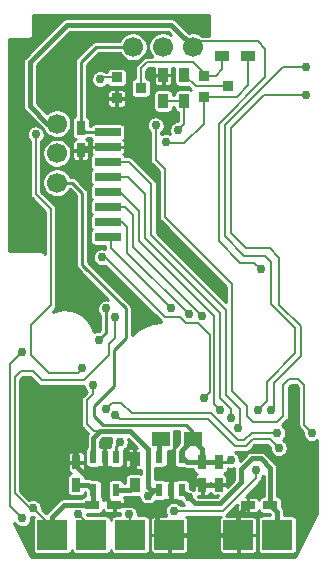
<source format=gtl>
%FSLAX46Y46*%
G04 Gerber Fmt 4.6, Leading zero omitted, Abs format (unit mm)*
G04 Created by KiCad (PCBNEW (2014-08-31 BZR 5107)-product) date tor 20 aug 2015 12:03:34*
%MOMM*%
G01*
G04 APERTURE LIST*
%ADD10C,0.100000*%
%ADD11C,1.700000*%
%ADD12R,1.200000X0.750000*%
%ADD13R,0.750000X1.200000*%
%ADD14R,1.500000X1.300000*%
%ADD15R,0.900000X1.200000*%
%ADD16R,2.200000X0.700000*%
%ADD17R,0.600000X1.100000*%
%ADD18R,2.540000X2.540000*%
%ADD19R,0.914400X0.914400*%
%ADD20R,1.200000X0.900000*%
%ADD21C,0.762000*%
%ADD22C,0.203200*%
%ADD23C,0.406400*%
%ADD24C,0.254000*%
G04 APERTURE END LIST*
D10*
D11*
X229346760Y-47821640D03*
X231886760Y-47821640D03*
X226806760Y-47821640D03*
X220346760Y-54321640D03*
X220346760Y-56821640D03*
X220346760Y-59321640D03*
D12*
X238440000Y-86614000D03*
X236540000Y-86614000D03*
D13*
X234061000Y-82997000D03*
X234061000Y-84897000D03*
X232664000Y-84897000D03*
X232664000Y-82997000D03*
X222377000Y-56576000D03*
X222377000Y-54676000D03*
X221996000Y-84897000D03*
X221996000Y-82997000D03*
D12*
X225232000Y-86614000D03*
X223332000Y-86614000D03*
D14*
X229155000Y-81026000D03*
X231855000Y-81026000D03*
D15*
X226949000Y-84920000D03*
X226949000Y-82720000D03*
D16*
X224672000Y-55036000D03*
X224672000Y-56306000D03*
X224672000Y-57576000D03*
X224672000Y-58846000D03*
X224672000Y-60116000D03*
X224672000Y-61386000D03*
X224672000Y-62656000D03*
X224672000Y-63926000D03*
D17*
X225359000Y-82547000D03*
X223459000Y-82547000D03*
X225359000Y-85347000D03*
X224409000Y-82547000D03*
X223459000Y-85347000D03*
X229047000Y-85347000D03*
X230947000Y-85347000D03*
X229047000Y-82547000D03*
X229997000Y-85347000D03*
X230947000Y-82547000D03*
D18*
X219964000Y-89154000D03*
X229870000Y-89154000D03*
X223266000Y-89154000D03*
X235712000Y-89154000D03*
X239014000Y-89154000D03*
X226568000Y-89154000D03*
D19*
X225425000Y-52197000D03*
X225425000Y-50419000D03*
X227457000Y-51308000D03*
X232791000Y-52070000D03*
X232791000Y-50292000D03*
X234823000Y-51181000D03*
D20*
X236558000Y-48641000D03*
X234358000Y-48641000D03*
D15*
X231140000Y-50208000D03*
X231140000Y-52408000D03*
X229362000Y-52408000D03*
X229362000Y-50208000D03*
D21*
X223393000Y-76454000D03*
X222504000Y-75057000D03*
X218567000Y-55245000D03*
X229616000Y-55880000D03*
X228092000Y-85852000D03*
X231521000Y-85979000D03*
X217424000Y-73660000D03*
X237236000Y-83693000D03*
X230251000Y-87122000D03*
X217424000Y-87757000D03*
X238506000Y-78613000D03*
X241427000Y-51943000D03*
X237363000Y-78613000D03*
X241427000Y-49530000D03*
X237617000Y-66675000D03*
X221107000Y-69596000D03*
X222885000Y-68072000D03*
X228092000Y-58039000D03*
X227457000Y-54229000D03*
X226314000Y-82423000D03*
X220913960Y-81213960D03*
X219014040Y-81213960D03*
X220913960Y-79314040D03*
X217551000Y-84455000D03*
X219014040Y-79314040D03*
X217805000Y-76073000D03*
X233553000Y-88392000D03*
X239141000Y-82804000D03*
X237236000Y-81788000D03*
X231521000Y-65659000D03*
X240284000Y-76835000D03*
X242062000Y-82042000D03*
X235712000Y-80137000D03*
X235077000Y-79248000D03*
X229997000Y-69977000D03*
X231521000Y-70485000D03*
X232664000Y-70612000D03*
X234188000Y-78613000D03*
X239141000Y-81788000D03*
X225298000Y-78994000D03*
X239014000Y-80518000D03*
X224536000Y-78486000D03*
X235077000Y-82804000D03*
X218313000Y-86868000D03*
X225298000Y-70739000D03*
X222123000Y-87376000D03*
X226441000Y-87376000D03*
X224536000Y-69977000D03*
X223901000Y-72644000D03*
X225679000Y-81280000D03*
X241935000Y-80518000D03*
X228727000Y-54483000D03*
X224028000Y-50546000D03*
X232791000Y-77597000D03*
X224155000Y-65659000D03*
X230632000Y-54864000D03*
D22*
X224028000Y-80391000D02*
X223520000Y-80391000D01*
X223520000Y-80391000D02*
X222885000Y-79756000D01*
X222885000Y-79756000D02*
X222885000Y-77724000D01*
X222885000Y-77724000D02*
X223393000Y-77216000D01*
X223393000Y-77216000D02*
X223393000Y-76454000D01*
X222504000Y-75057000D02*
X222123000Y-75438000D01*
X222123000Y-75438000D02*
X219710000Y-75438000D01*
X219710000Y-75438000D02*
X218186000Y-73914000D01*
X218186000Y-73914000D02*
X218186000Y-71374000D01*
X218186000Y-71374000D02*
X219837000Y-69723000D01*
X219837000Y-69723000D02*
X219837000Y-61595000D01*
X219837000Y-61595000D02*
X218567000Y-60325000D01*
X218567000Y-60325000D02*
X218567000Y-55245000D01*
X229616000Y-55880000D02*
X229743000Y-56007000D01*
X229743000Y-56007000D02*
X231140000Y-56007000D01*
X231140000Y-56007000D02*
X232791000Y-54356000D01*
X232791000Y-54356000D02*
X232791000Y-52070000D01*
X232791000Y-52070000D02*
X235585000Y-52070000D01*
X235585000Y-52070000D02*
X236558000Y-51097000D01*
X236558000Y-51097000D02*
X236558000Y-48641000D01*
D23*
X239014000Y-87188000D02*
X238440000Y-86614000D01*
X239014000Y-89154000D02*
X239014000Y-87188000D01*
X223459000Y-80960000D02*
X224028000Y-80391000D01*
X224028000Y-80391000D02*
X226568000Y-80391000D01*
X226568000Y-80391000D02*
X228092000Y-81915000D01*
X228092000Y-81915000D02*
X228092000Y-85090000D01*
X228092000Y-85090000D02*
X228349000Y-85347000D01*
X228349000Y-85347000D02*
X229047000Y-85347000D01*
X223459000Y-82547000D02*
X223459000Y-80960000D01*
X230947000Y-85405000D02*
X230947000Y-85347000D01*
X228597000Y-85347000D02*
X228092000Y-85852000D01*
X231521000Y-85979000D02*
X230947000Y-85405000D01*
X229047000Y-85347000D02*
X228597000Y-85347000D01*
X232029000Y-86487000D02*
X231521000Y-85979000D01*
X234188000Y-86487000D02*
X232029000Y-86487000D01*
X235966000Y-84709000D02*
X234188000Y-86487000D01*
X235966000Y-83566000D02*
X235966000Y-84709000D01*
X236855000Y-82677000D02*
X235966000Y-83566000D01*
X237617000Y-82677000D02*
X236855000Y-82677000D01*
X238440000Y-83500000D02*
X237617000Y-82677000D01*
X238440000Y-86614000D02*
X238440000Y-83500000D01*
D22*
X217424000Y-73660000D02*
X216408000Y-74676000D01*
X216408000Y-74676000D02*
X216408000Y-86741000D01*
X230251000Y-87122000D02*
X234442000Y-87122000D01*
X234442000Y-87122000D02*
X237236000Y-84328000D01*
X237236000Y-84328000D02*
X237236000Y-83693000D01*
X217424000Y-87757000D02*
X216408000Y-86741000D01*
X241427000Y-51943000D02*
X237871000Y-51943000D01*
X237871000Y-51943000D02*
X236982000Y-52832000D01*
X239204500Y-69659500D02*
X239204500Y-65722500D01*
X239204500Y-65722500D02*
X238379000Y-64897000D01*
X238379000Y-64897000D02*
X236347000Y-64897000D01*
X238506000Y-78613000D02*
X238760000Y-78359000D01*
X238760000Y-78359000D02*
X238760000Y-76327000D01*
X238760000Y-76327000D02*
X241046000Y-74041000D01*
X241046000Y-74041000D02*
X241046000Y-71501000D01*
X235077000Y-63627000D02*
X235077000Y-54737000D01*
X235077000Y-63627000D02*
X236347000Y-64897000D01*
X239204500Y-69659500D02*
X241046000Y-71501000D01*
X235077000Y-54737000D02*
X236982000Y-52832000D01*
X241427000Y-49530000D02*
X239522000Y-49530000D01*
X239522000Y-49530000D02*
X236728000Y-52324000D01*
X238506000Y-69596000D02*
X238506000Y-66040000D01*
X238506000Y-66040000D02*
X237998000Y-65532000D01*
X237998000Y-65532000D02*
X236220000Y-65532000D01*
X237363000Y-78613000D02*
X238125000Y-77851000D01*
X238125000Y-77851000D02*
X238125000Y-76200000D01*
X238125000Y-76200000D02*
X240538000Y-73787000D01*
X240538000Y-73787000D02*
X240538000Y-71628000D01*
X234569000Y-63881000D02*
X234569000Y-54483000D01*
X234569000Y-54483000D02*
X236728000Y-52324000D01*
X240538000Y-71628000D02*
X238506000Y-69596000D01*
X236220000Y-65532000D02*
X234569000Y-63881000D01*
X236601000Y-66103500D02*
X235902500Y-66103500D01*
X235902500Y-66103500D02*
X234061000Y-64262000D01*
X234061000Y-64262000D02*
X234061000Y-54356000D01*
X234061000Y-54356000D02*
X237998000Y-50419000D01*
X237998000Y-50419000D02*
X237998000Y-48006000D01*
X237998000Y-48006000D02*
X237363000Y-47371000D01*
X237363000Y-47371000D02*
X232337400Y-47371000D01*
X232337400Y-47371000D02*
X231886760Y-47821640D01*
X236601000Y-66103500D02*
X237045500Y-66103500D01*
X237045500Y-66103500D02*
X237617000Y-66675000D01*
D23*
X218059000Y-52832000D02*
X218059000Y-49149000D01*
X218059000Y-49149000D02*
X221234000Y-45974000D01*
X221234000Y-45974000D02*
X230039120Y-45974000D01*
X230039120Y-45974000D02*
X232283000Y-48217880D01*
X219548640Y-54321640D02*
X218059000Y-52832000D01*
X220346760Y-54321640D02*
X219548640Y-54321640D01*
D22*
X227457000Y-54229000D02*
X227457000Y-53086000D01*
X227457000Y-53086000D02*
X228219000Y-52324000D01*
X229362000Y-50208000D02*
X228938000Y-50208000D01*
X228938000Y-50208000D02*
X228346000Y-50800000D01*
X228346000Y-50800000D02*
X228346000Y-52197000D01*
X228346000Y-52197000D02*
X228219000Y-52324000D01*
X228219000Y-52324000D02*
X225552000Y-52324000D01*
X225552000Y-52324000D02*
X225425000Y-52197000D01*
D24*
X222885000Y-68072000D02*
X222885000Y-69215000D01*
X222885000Y-69215000D02*
X222504000Y-69596000D01*
X222504000Y-69596000D02*
X221107000Y-69596000D01*
X228092000Y-58039000D02*
X227457000Y-57404000D01*
X227457000Y-57404000D02*
X227457000Y-55118000D01*
X231521000Y-65659000D02*
X231013000Y-65659000D01*
X231013000Y-65659000D02*
X228854000Y-63500000D01*
X228854000Y-63500000D02*
X228854000Y-58801000D01*
X228854000Y-58801000D02*
X228092000Y-58039000D01*
X224672000Y-56306000D02*
X226269000Y-56306000D01*
X227457000Y-55118000D02*
X227457000Y-54229000D01*
X226269000Y-56306000D02*
X227457000Y-55118000D01*
X224672000Y-56306000D02*
X222647000Y-56306000D01*
X222647000Y-56306000D02*
X222377000Y-56576000D01*
D23*
X225232000Y-86614000D02*
X228092000Y-86614000D01*
X225044000Y-86614000D02*
X225232000Y-86614000D01*
X224409000Y-85979000D02*
X225044000Y-86614000D01*
X224409000Y-83820000D02*
X224409000Y-85979000D01*
X224409000Y-82547000D02*
X224409000Y-83820000D01*
X224282000Y-83820000D02*
X224409000Y-83820000D01*
X224409000Y-83820000D02*
X224282000Y-83820000D01*
X226187000Y-83820000D02*
X224409000Y-83820000D01*
X226949000Y-83058000D02*
X226187000Y-83820000D01*
X226949000Y-82720000D02*
X226949000Y-83058000D01*
X222504000Y-83820000D02*
X224282000Y-83820000D01*
X221996000Y-83312000D02*
X222504000Y-83820000D01*
X221996000Y-82997000D02*
X221996000Y-83312000D01*
X235712000Y-87442000D02*
X236540000Y-86614000D01*
X235712000Y-89154000D02*
X235712000Y-87442000D01*
X226738000Y-82720000D02*
X226949000Y-82720000D01*
X234061000Y-84897000D02*
X232664000Y-84897000D01*
X232471000Y-84897000D02*
X232664000Y-84897000D01*
X229997000Y-84328000D02*
X230378000Y-83947000D01*
X230378000Y-83947000D02*
X231521000Y-83947000D01*
X231521000Y-83947000D02*
X232471000Y-84897000D01*
X229997000Y-85347000D02*
X229997000Y-84328000D01*
D24*
X226611000Y-82720000D02*
X226949000Y-82720000D01*
X226314000Y-82423000D02*
X226611000Y-82720000D01*
D22*
X219014040Y-79314040D02*
X220913960Y-79314040D01*
X220913960Y-81213960D02*
X220913960Y-79314040D01*
X219014040Y-81213960D02*
X219014040Y-79314040D01*
X219014040Y-81213960D02*
X220913960Y-81213960D01*
D23*
X228854000Y-88138000D02*
X229870000Y-89154000D01*
X228854000Y-87376000D02*
X228854000Y-88138000D01*
X228092000Y-86614000D02*
X228854000Y-87376000D01*
X229997000Y-86106000D02*
X229997000Y-85347000D01*
X229489000Y-86614000D02*
X229997000Y-86106000D01*
X228092000Y-86614000D02*
X229489000Y-86614000D01*
D22*
X219014040Y-82991960D02*
X219014040Y-81213960D01*
X217551000Y-84455000D02*
X219014040Y-82991960D01*
X219014040Y-77282040D02*
X219014040Y-79314040D01*
X217805000Y-76073000D02*
X219014040Y-77282040D01*
D23*
X221996000Y-82296000D02*
X220913960Y-81213960D01*
X221996000Y-82997000D02*
X221996000Y-82296000D01*
X233172000Y-89154000D02*
X235712000Y-89154000D01*
X229870000Y-89154000D02*
X233172000Y-89154000D01*
X220913960Y-81213960D02*
X220913960Y-79314040D01*
X220913960Y-79314040D02*
X219014040Y-79314040D01*
X219014040Y-77282040D02*
X217805000Y-76073000D01*
X219014040Y-79314040D02*
X219014040Y-77282040D01*
D24*
X233172000Y-88773000D02*
X233172000Y-89154000D01*
X233553000Y-88392000D02*
X233172000Y-88773000D01*
X239141000Y-82804000D02*
X239014000Y-82677000D01*
X239014000Y-82677000D02*
X238760000Y-82677000D01*
X238760000Y-82677000D02*
X237871000Y-81788000D01*
X237871000Y-81788000D02*
X237236000Y-81788000D01*
X240284000Y-80264000D02*
X240284000Y-76835000D01*
X242062000Y-82042000D02*
X240284000Y-80264000D01*
D22*
X235712000Y-80137000D02*
X235839000Y-80010000D01*
X235839000Y-80010000D02*
X235839000Y-78486000D01*
X235839000Y-78486000D02*
X234696000Y-77343000D01*
X234696000Y-77343000D02*
X234696000Y-70104000D01*
X224672000Y-57576000D02*
X226486000Y-57576000D01*
X228346000Y-63754000D02*
X234696000Y-70104000D01*
X228346000Y-59436000D02*
X228346000Y-63754000D01*
X226486000Y-57576000D02*
X228346000Y-59436000D01*
X235077000Y-79248000D02*
X235077000Y-78486000D01*
X235077000Y-78486000D02*
X234188000Y-77597000D01*
X234188000Y-77597000D02*
X234188000Y-70358000D01*
X224672000Y-58846000D02*
X226359000Y-58846000D01*
X227838000Y-64008000D02*
X234188000Y-70358000D01*
X227838000Y-60325000D02*
X227838000Y-64008000D01*
X226359000Y-58846000D02*
X227838000Y-60325000D01*
X229997000Y-69977000D02*
X224917000Y-64897000D01*
X224917000Y-64897000D02*
X224917000Y-64171000D01*
X224917000Y-64171000D02*
X224672000Y-63926000D01*
X231521000Y-70485000D02*
X226314000Y-65278000D01*
X224672000Y-62656000D02*
X225851000Y-62656000D01*
X226314000Y-63119000D02*
X226314000Y-65278000D01*
X225851000Y-62656000D02*
X226314000Y-63119000D01*
X232664000Y-70612000D02*
X226822000Y-64770000D01*
X224672000Y-61386000D02*
X226105000Y-61386000D01*
X226822000Y-62103000D02*
X226822000Y-64770000D01*
X226105000Y-61386000D02*
X226822000Y-62103000D01*
X234188000Y-78613000D02*
X233680000Y-78105000D01*
X233680000Y-78105000D02*
X233680000Y-70612000D01*
X224672000Y-60116000D02*
X225724000Y-60116000D01*
X225724000Y-60116000D02*
X227330000Y-61722000D01*
X227330000Y-61722000D02*
X227330000Y-64262000D01*
X227330000Y-64262000D02*
X233680000Y-70612000D01*
X233172000Y-79375000D02*
X235458000Y-81661000D01*
X225679000Y-79375000D02*
X233172000Y-79375000D01*
X225298000Y-78994000D02*
X225679000Y-79375000D01*
X238379000Y-81026000D02*
X239141000Y-81788000D01*
X236982000Y-81026000D02*
X238379000Y-81026000D01*
X236347000Y-81661000D02*
X236982000Y-81026000D01*
X235458000Y-81661000D02*
X236347000Y-81661000D01*
X235712000Y-81153000D02*
X236220000Y-81153000D01*
X233426000Y-78867000D02*
X235712000Y-81153000D01*
X226695000Y-78867000D02*
X233426000Y-78867000D01*
X225806000Y-77978000D02*
X226695000Y-78867000D01*
X225044000Y-77978000D02*
X225806000Y-77978000D01*
X224536000Y-78486000D02*
X225044000Y-77978000D01*
X236855000Y-80518000D02*
X236220000Y-81153000D01*
X239014000Y-80518000D02*
X236855000Y-80518000D01*
D24*
X222377000Y-54676000D02*
X222377000Y-49149000D01*
X222377000Y-49149000D02*
X223704360Y-47821640D01*
X223704360Y-47821640D02*
X226806760Y-47821640D01*
X225234500Y-73469500D02*
X225234500Y-76517500D01*
X225234500Y-76517500D02*
X223520000Y-78232000D01*
X224672000Y-55036000D02*
X224672000Y-54855000D01*
X224672000Y-55036000D02*
X222737000Y-55036000D01*
X222737000Y-55036000D02*
X222377000Y-54676000D01*
D23*
X231397000Y-82997000D02*
X230947000Y-82547000D01*
X232664000Y-82997000D02*
X231397000Y-82997000D01*
X234061000Y-82997000D02*
X232664000Y-82997000D01*
D24*
X222504000Y-66294000D02*
X222504000Y-60198000D01*
X222504000Y-60198000D02*
X221627640Y-59321640D01*
X221627640Y-59321640D02*
X220346760Y-59321640D01*
X226187000Y-69977000D02*
X222504000Y-66294000D01*
X226187000Y-72517000D02*
X226187000Y-69977000D01*
X225234500Y-73469500D02*
X226187000Y-72517000D01*
X223520000Y-79121000D02*
X223520000Y-78232000D01*
D23*
X230947000Y-81934000D02*
X231855000Y-81026000D01*
X230947000Y-82547000D02*
X230947000Y-81934000D01*
X232664000Y-81835000D02*
X231855000Y-81026000D01*
X232664000Y-82997000D02*
X232664000Y-81835000D01*
D24*
X224282000Y-79883000D02*
X223520000Y-79121000D01*
X231267000Y-79883000D02*
X224282000Y-79883000D01*
X231855000Y-80471000D02*
X231267000Y-79883000D01*
X231855000Y-81026000D02*
X231855000Y-80471000D01*
X234884000Y-82997000D02*
X234061000Y-82997000D01*
X235077000Y-82804000D02*
X234884000Y-82997000D01*
X226786151Y-47842249D02*
X226806760Y-47821640D01*
D22*
X217297000Y-75311000D02*
X218313000Y-75311000D01*
X218313000Y-75311000D02*
X219075000Y-76073000D01*
X219075000Y-76073000D02*
X222631000Y-76073000D01*
X222631000Y-76073000D02*
X224790000Y-73914000D01*
X224790000Y-73914000D02*
X224790000Y-73025000D01*
X219964000Y-88519000D02*
X218313000Y-86868000D01*
X219964000Y-89154000D02*
X219964000Y-88519000D01*
D23*
X219964000Y-87630000D02*
X220980000Y-86614000D01*
X220980000Y-86614000D02*
X223332000Y-86614000D01*
X219964000Y-89154000D02*
X219964000Y-87630000D01*
X223009000Y-84897000D02*
X223459000Y-85347000D01*
X221996000Y-84897000D02*
X223009000Y-84897000D01*
X223459000Y-86487000D02*
X223332000Y-86614000D01*
X223459000Y-85347000D02*
X223459000Y-86487000D01*
D22*
X225298000Y-72517000D02*
X225298000Y-70739000D01*
X224790000Y-73025000D02*
X225298000Y-72517000D01*
X216789000Y-75819000D02*
X217297000Y-75311000D01*
X216789000Y-85598000D02*
X216789000Y-75819000D01*
X218059000Y-86868000D02*
X216789000Y-85598000D01*
X218313000Y-86868000D02*
X218059000Y-86868000D01*
D23*
X229047000Y-81134000D02*
X229155000Y-81026000D01*
X229047000Y-82547000D02*
X229047000Y-81134000D01*
D22*
X223266000Y-89027000D02*
X223266000Y-89154000D01*
X223266000Y-88519000D02*
X223266000Y-89154000D01*
X222123000Y-87376000D02*
X223266000Y-88519000D01*
X226568000Y-87503000D02*
X226441000Y-87376000D01*
X226568000Y-89154000D02*
X226568000Y-87503000D01*
D23*
X226522000Y-85347000D02*
X226949000Y-84920000D01*
X225359000Y-85347000D02*
X226522000Y-85347000D01*
D24*
X224536000Y-72009000D02*
X224536000Y-69977000D01*
X223901000Y-72644000D02*
X224536000Y-72009000D01*
X225359000Y-81600000D02*
X225679000Y-81280000D01*
X225359000Y-82547000D02*
X225359000Y-81600000D01*
D22*
X241935000Y-80518000D02*
X241300000Y-79883000D01*
X241300000Y-79883000D02*
X241300000Y-76454000D01*
X241300000Y-76454000D02*
X240792000Y-75946000D01*
X240792000Y-75946000D02*
X240030000Y-75946000D01*
X240030000Y-75946000D02*
X239522000Y-76454000D01*
X239522000Y-76454000D02*
X239522000Y-79121000D01*
X239522000Y-79121000D02*
X239014000Y-79629000D01*
X239014000Y-79629000D02*
X236982000Y-79629000D01*
X236982000Y-79629000D02*
X236474000Y-79121000D01*
X236474000Y-79121000D02*
X236474000Y-78232000D01*
X236474000Y-78232000D02*
X235204000Y-76962000D01*
X235204000Y-76962000D02*
X235204000Y-67945000D01*
X235204000Y-67945000D02*
X229489000Y-62230000D01*
X229489000Y-62230000D02*
X229489000Y-58166000D01*
X229489000Y-58166000D02*
X228727000Y-57404000D01*
X228727000Y-57404000D02*
X228727000Y-54483000D01*
X224028000Y-50546000D02*
X224155000Y-50419000D01*
X224155000Y-50419000D02*
X225425000Y-50419000D01*
X232791000Y-50292000D02*
X232791000Y-50038000D01*
X232791000Y-50038000D02*
X231902000Y-49149000D01*
X231902000Y-49149000D02*
X227965000Y-49149000D01*
X227965000Y-49149000D02*
X227457000Y-49657000D01*
X227457000Y-49657000D02*
X227457000Y-51308000D01*
X232791000Y-50292000D02*
X233807000Y-50292000D01*
X233807000Y-50292000D02*
X234358000Y-49741000D01*
X234358000Y-49741000D02*
X234358000Y-48641000D01*
X234823000Y-51181000D02*
X232113000Y-51181000D01*
X232113000Y-51181000D02*
X231140000Y-50208000D01*
X232791000Y-77597000D02*
X233299000Y-77089000D01*
X233299000Y-77089000D02*
X233299000Y-72263000D01*
X233299000Y-72263000D02*
X232283000Y-71247000D01*
X232283000Y-71247000D02*
X231267000Y-71247000D01*
X231267000Y-71247000D02*
X230759000Y-70739000D01*
X230759000Y-70739000D02*
X229489000Y-70739000D01*
X229489000Y-70739000D02*
X224409000Y-65659000D01*
X224409000Y-65659000D02*
X224155000Y-65659000D01*
X230632000Y-54864000D02*
X231140000Y-54356000D01*
X231140000Y-54356000D02*
X231140000Y-52408000D01*
X231140000Y-52408000D02*
X229362000Y-52408000D01*
D24*
G36*
X227507800Y-83953177D02*
X227436525Y-83939000D01*
X227361475Y-83939000D01*
X226917250Y-83939000D01*
X226917250Y-83567650D01*
X226917250Y-82751750D01*
X226917250Y-82688250D01*
X226917250Y-81872350D01*
X226834700Y-81789800D01*
X226531522Y-81789800D01*
X226466478Y-81789800D01*
X226402684Y-81802489D01*
X226342592Y-81827380D01*
X226288510Y-81863517D01*
X226242517Y-81909510D01*
X226206381Y-81963592D01*
X226181489Y-82023684D01*
X226168800Y-82087478D01*
X226168800Y-82605700D01*
X226251350Y-82688250D01*
X226917250Y-82688250D01*
X226917250Y-82751750D01*
X226251350Y-82751750D01*
X226168800Y-82834300D01*
X226168800Y-83352522D01*
X226181489Y-83416316D01*
X226206381Y-83476408D01*
X226242517Y-83530490D01*
X226288510Y-83576483D01*
X226342592Y-83612620D01*
X226402684Y-83637511D01*
X226466478Y-83650200D01*
X226531522Y-83650200D01*
X226834700Y-83650200D01*
X226917250Y-83567650D01*
X226917250Y-83939000D01*
X226461475Y-83939000D01*
X226387867Y-83953642D01*
X226318529Y-83982362D01*
X226256127Y-84024058D01*
X226203058Y-84077126D01*
X226161362Y-84139529D01*
X226132642Y-84208866D01*
X226118000Y-84282475D01*
X226118000Y-84357525D01*
X226118000Y-84762800D01*
X226040000Y-84762800D01*
X226040000Y-84759475D01*
X226025358Y-84685867D01*
X225996638Y-84616529D01*
X225954942Y-84554127D01*
X225901874Y-84501058D01*
X225839471Y-84459362D01*
X225770134Y-84430642D01*
X225696525Y-84416000D01*
X225621475Y-84416000D01*
X225021475Y-84416000D01*
X224947867Y-84430642D01*
X224878529Y-84459362D01*
X224816127Y-84501058D01*
X224763058Y-84554126D01*
X224721362Y-84616529D01*
X224692642Y-84685866D01*
X224678000Y-84759475D01*
X224678000Y-84834525D01*
X224678000Y-85908800D01*
X224599478Y-85908800D01*
X224535684Y-85921489D01*
X224475592Y-85946381D01*
X224421510Y-85982517D01*
X224375517Y-86028510D01*
X224339380Y-86082592D01*
X224314489Y-86142684D01*
X224307897Y-86175823D01*
X224298358Y-86127867D01*
X224269638Y-86058529D01*
X224227942Y-85996127D01*
X224174874Y-85943058D01*
X224140000Y-85919756D01*
X224140000Y-85859475D01*
X224140000Y-84759475D01*
X224125358Y-84685867D01*
X224096638Y-84616529D01*
X224054942Y-84554127D01*
X224001874Y-84501058D01*
X223939471Y-84459362D01*
X223870134Y-84430642D01*
X223796525Y-84416000D01*
X223721475Y-84416000D01*
X223340282Y-84416000D01*
X223339054Y-84414969D01*
X223336362Y-84413489D01*
X223333988Y-84411539D01*
X223286436Y-84386042D01*
X223239141Y-84360041D01*
X223236211Y-84359111D01*
X223233506Y-84357661D01*
X223181934Y-84341893D01*
X223130462Y-84325566D01*
X223127407Y-84325223D01*
X223124472Y-84324326D01*
X223070829Y-84318877D01*
X223017157Y-84312857D01*
X223011147Y-84312815D01*
X223011039Y-84312804D01*
X223010938Y-84312813D01*
X223009000Y-84312800D01*
X222752000Y-84312800D01*
X222752000Y-84259475D01*
X222737358Y-84185867D01*
X222708638Y-84116529D01*
X222666942Y-84054127D01*
X222613874Y-84001058D01*
X222551471Y-83959362D01*
X222482134Y-83930642D01*
X222434176Y-83921102D01*
X222467316Y-83914511D01*
X222527408Y-83889620D01*
X222581490Y-83853483D01*
X222627483Y-83807490D01*
X222663619Y-83753408D01*
X222688511Y-83693316D01*
X222701200Y-83629522D01*
X222701200Y-83111300D01*
X222701200Y-82882700D01*
X222701200Y-82364478D01*
X222688511Y-82300684D01*
X222663619Y-82240592D01*
X222627483Y-82186510D01*
X222581490Y-82140517D01*
X222527408Y-82104380D01*
X222467316Y-82079489D01*
X222403522Y-82066800D01*
X222338478Y-82066800D01*
X222110300Y-82066800D01*
X222027750Y-82149350D01*
X222027750Y-82965250D01*
X222618650Y-82965250D01*
X222701200Y-82882700D01*
X222701200Y-83111300D01*
X222618650Y-83028750D01*
X222027750Y-83028750D01*
X222027750Y-83048750D01*
X221964250Y-83048750D01*
X221964250Y-83028750D01*
X221964250Y-82965250D01*
X221964250Y-82149350D01*
X221881700Y-82066800D01*
X221653522Y-82066800D01*
X221588478Y-82066800D01*
X221524684Y-82079489D01*
X221464592Y-82104380D01*
X221410510Y-82140517D01*
X221364517Y-82186510D01*
X221328381Y-82240592D01*
X221303489Y-82300684D01*
X221290800Y-82364478D01*
X221290800Y-82882700D01*
X221373350Y-82965250D01*
X221964250Y-82965250D01*
X221964250Y-83028750D01*
X221373350Y-83028750D01*
X221290800Y-83111300D01*
X221290800Y-83629522D01*
X221303489Y-83693316D01*
X221328381Y-83753408D01*
X221364517Y-83807490D01*
X221410510Y-83853483D01*
X221464592Y-83889620D01*
X221524684Y-83914511D01*
X221557823Y-83921102D01*
X221509867Y-83930642D01*
X221440529Y-83959362D01*
X221378127Y-84001058D01*
X221325058Y-84054126D01*
X221283362Y-84116529D01*
X221254642Y-84185866D01*
X221240000Y-84259475D01*
X221240000Y-84334525D01*
X221240000Y-85534525D01*
X221254642Y-85608133D01*
X221283362Y-85677471D01*
X221325058Y-85739873D01*
X221378126Y-85792942D01*
X221440529Y-85834638D01*
X221509866Y-85863358D01*
X221583475Y-85878000D01*
X221658525Y-85878000D01*
X222408525Y-85878000D01*
X222482133Y-85863358D01*
X222551471Y-85834638D01*
X222613873Y-85792942D01*
X222666942Y-85739874D01*
X222708638Y-85677471D01*
X222737358Y-85608134D01*
X222752000Y-85534525D01*
X222752000Y-85481200D01*
X222767016Y-85481200D01*
X222778000Y-85492184D01*
X222778000Y-85858000D01*
X222694475Y-85858000D01*
X222620867Y-85872642D01*
X222551529Y-85901362D01*
X222489127Y-85943058D01*
X222436058Y-85996126D01*
X222413557Y-86029800D01*
X220980000Y-86029800D01*
X220926299Y-86035065D01*
X220872536Y-86039769D01*
X220869585Y-86040626D01*
X220866528Y-86040926D01*
X220814887Y-86056517D01*
X220763047Y-86071578D01*
X220760317Y-86072992D01*
X220757379Y-86073880D01*
X220709724Y-86099218D01*
X220661822Y-86124049D01*
X220659423Y-86125963D01*
X220656709Y-86127407D01*
X220614884Y-86161518D01*
X220572716Y-86195181D01*
X220568436Y-86199401D01*
X220568353Y-86199469D01*
X220568289Y-86199545D01*
X220566908Y-86200908D01*
X219550908Y-87216908D01*
X219516639Y-87258627D01*
X219481969Y-87299946D01*
X219480489Y-87302637D01*
X219478539Y-87305012D01*
X219462473Y-87334973D01*
X219072908Y-86945408D01*
X219075033Y-86793282D01*
X219046007Y-86646692D01*
X218989061Y-86508532D01*
X218906365Y-86384063D01*
X218801067Y-86278028D01*
X218677179Y-86194465D01*
X218539420Y-86136556D01*
X218393036Y-86106508D01*
X218243604Y-86105464D01*
X218096815Y-86133466D01*
X218032820Y-86159320D01*
X217271600Y-85398100D01*
X217271600Y-76018899D01*
X217496899Y-75793600D01*
X218113100Y-75793600D01*
X218733750Y-76414250D01*
X218768175Y-76442526D01*
X218802347Y-76471200D01*
X218804572Y-76472423D01*
X218806532Y-76474033D01*
X218845808Y-76495093D01*
X218884884Y-76516575D01*
X218887302Y-76517342D01*
X218889540Y-76518542D01*
X218932188Y-76531580D01*
X218974662Y-76545054D01*
X218977183Y-76545336D01*
X218979611Y-76546079D01*
X219023965Y-76550584D01*
X219068262Y-76555553D01*
X219073222Y-76555587D01*
X219073315Y-76555597D01*
X219073401Y-76555588D01*
X219075000Y-76555600D01*
X222631000Y-76555600D01*
X222636781Y-76555033D01*
X222656974Y-76665052D01*
X222711985Y-76803994D01*
X222792936Y-76929605D01*
X222893135Y-77033364D01*
X222543750Y-77382750D01*
X222515454Y-77417197D01*
X222486800Y-77451347D01*
X222485578Y-77453569D01*
X222483967Y-77455531D01*
X222462885Y-77494848D01*
X222441425Y-77533884D01*
X222440658Y-77536299D01*
X222439458Y-77538539D01*
X222426414Y-77581202D01*
X222412946Y-77623662D01*
X222412663Y-77626183D01*
X222411921Y-77628611D01*
X222407415Y-77672965D01*
X222402447Y-77717262D01*
X222402412Y-77722222D01*
X222402403Y-77722315D01*
X222402411Y-77722401D01*
X222402400Y-77724000D01*
X222402400Y-79756000D01*
X222406746Y-79800325D01*
X222410635Y-79844775D01*
X222411343Y-79847214D01*
X222411591Y-79849737D01*
X222424471Y-79892400D01*
X222436913Y-79935223D01*
X222438080Y-79937475D01*
X222438814Y-79939905D01*
X222459757Y-79979294D01*
X222480258Y-80018843D01*
X222481839Y-80020823D01*
X222483032Y-80023067D01*
X222511216Y-80057624D01*
X222539019Y-80092452D01*
X222542505Y-80095987D01*
X222542561Y-80096056D01*
X222542624Y-80096108D01*
X222543750Y-80097250D01*
X223022232Y-80575731D01*
X223011639Y-80588627D01*
X222976969Y-80629946D01*
X222975489Y-80632637D01*
X222973539Y-80635012D01*
X222948042Y-80682563D01*
X222922041Y-80729859D01*
X222921111Y-80732788D01*
X222919661Y-80735494D01*
X222903893Y-80787065D01*
X222887566Y-80838538D01*
X222887223Y-80841592D01*
X222886326Y-80844528D01*
X222880877Y-80898170D01*
X222874857Y-80951843D01*
X222874815Y-80957852D01*
X222874804Y-80957961D01*
X222874813Y-80958061D01*
X222874800Y-80960000D01*
X222874800Y-81742384D01*
X222863058Y-81754126D01*
X222821362Y-81816529D01*
X222792642Y-81885866D01*
X222778000Y-81959475D01*
X222778000Y-82034525D01*
X222778000Y-83134525D01*
X222792642Y-83208133D01*
X222821362Y-83277471D01*
X222863058Y-83339873D01*
X222916126Y-83392942D01*
X222978529Y-83434638D01*
X223047866Y-83463358D01*
X223121475Y-83478000D01*
X223196525Y-83478000D01*
X223796525Y-83478000D01*
X223870133Y-83463358D01*
X223939471Y-83434638D01*
X223986083Y-83403492D01*
X224012684Y-83414511D01*
X224076478Y-83427200D01*
X224294700Y-83427200D01*
X224377250Y-83344650D01*
X224377250Y-82578750D01*
X224357250Y-82578750D01*
X224357250Y-82515250D01*
X224377250Y-82515250D01*
X224377250Y-81749350D01*
X224294700Y-81666800D01*
X224076478Y-81666800D01*
X224043200Y-81673419D01*
X224043200Y-81201983D01*
X224269983Y-80975200D01*
X224980561Y-80975200D01*
X224949154Y-81048479D01*
X224918085Y-81194650D01*
X224915998Y-81344071D01*
X224917671Y-81353188D01*
X224914689Y-81358749D01*
X224892079Y-81399878D01*
X224891271Y-81402423D01*
X224890009Y-81404778D01*
X224876284Y-81449670D01*
X224862101Y-81494381D01*
X224861803Y-81497034D01*
X224861022Y-81499590D01*
X224856276Y-81546312D01*
X224851050Y-81592907D01*
X224851013Y-81598126D01*
X224851003Y-81598227D01*
X224851011Y-81598320D01*
X224851000Y-81600000D01*
X224851000Y-81677756D01*
X224831916Y-81690507D01*
X224805316Y-81679489D01*
X224741522Y-81666800D01*
X224523300Y-81666800D01*
X224440750Y-81749350D01*
X224440750Y-82515250D01*
X224460750Y-82515250D01*
X224460750Y-82578750D01*
X224440750Y-82578750D01*
X224440750Y-83344650D01*
X224523300Y-83427200D01*
X224741522Y-83427200D01*
X224805316Y-83414511D01*
X224831915Y-83403492D01*
X224878529Y-83434638D01*
X224947866Y-83463358D01*
X225021475Y-83478000D01*
X225096525Y-83478000D01*
X225696525Y-83478000D01*
X225770133Y-83463358D01*
X225839471Y-83434638D01*
X225901873Y-83392942D01*
X225954942Y-83339874D01*
X225996638Y-83277471D01*
X226025358Y-83208134D01*
X226040000Y-83134525D01*
X226040000Y-83059475D01*
X226040000Y-81959475D01*
X226038932Y-81954110D01*
X226150404Y-81883370D01*
X226258621Y-81780316D01*
X226344761Y-81658205D01*
X226405542Y-81521688D01*
X226438649Y-81375966D01*
X226441033Y-81205282D01*
X226412623Y-81061807D01*
X227140616Y-81789800D01*
X227063300Y-81789800D01*
X226980750Y-81872350D01*
X226980750Y-82688250D01*
X227000750Y-82688250D01*
X227000750Y-82751750D01*
X226980750Y-82751750D01*
X226980750Y-83567650D01*
X227063300Y-83650200D01*
X227366478Y-83650200D01*
X227431522Y-83650200D01*
X227495316Y-83637511D01*
X227507800Y-83632339D01*
X227507800Y-83953177D01*
X227507800Y-83953177D01*
G37*
X227507800Y-83953177D02*
X227436525Y-83939000D01*
X227361475Y-83939000D01*
X226917250Y-83939000D01*
X226917250Y-83567650D01*
X226917250Y-82751750D01*
X226917250Y-82688250D01*
X226917250Y-81872350D01*
X226834700Y-81789800D01*
X226531522Y-81789800D01*
X226466478Y-81789800D01*
X226402684Y-81802489D01*
X226342592Y-81827380D01*
X226288510Y-81863517D01*
X226242517Y-81909510D01*
X226206381Y-81963592D01*
X226181489Y-82023684D01*
X226168800Y-82087478D01*
X226168800Y-82605700D01*
X226251350Y-82688250D01*
X226917250Y-82688250D01*
X226917250Y-82751750D01*
X226251350Y-82751750D01*
X226168800Y-82834300D01*
X226168800Y-83352522D01*
X226181489Y-83416316D01*
X226206381Y-83476408D01*
X226242517Y-83530490D01*
X226288510Y-83576483D01*
X226342592Y-83612620D01*
X226402684Y-83637511D01*
X226466478Y-83650200D01*
X226531522Y-83650200D01*
X226834700Y-83650200D01*
X226917250Y-83567650D01*
X226917250Y-83939000D01*
X226461475Y-83939000D01*
X226387867Y-83953642D01*
X226318529Y-83982362D01*
X226256127Y-84024058D01*
X226203058Y-84077126D01*
X226161362Y-84139529D01*
X226132642Y-84208866D01*
X226118000Y-84282475D01*
X226118000Y-84357525D01*
X226118000Y-84762800D01*
X226040000Y-84762800D01*
X226040000Y-84759475D01*
X226025358Y-84685867D01*
X225996638Y-84616529D01*
X225954942Y-84554127D01*
X225901874Y-84501058D01*
X225839471Y-84459362D01*
X225770134Y-84430642D01*
X225696525Y-84416000D01*
X225621475Y-84416000D01*
X225021475Y-84416000D01*
X224947867Y-84430642D01*
X224878529Y-84459362D01*
X224816127Y-84501058D01*
X224763058Y-84554126D01*
X224721362Y-84616529D01*
X224692642Y-84685866D01*
X224678000Y-84759475D01*
X224678000Y-84834525D01*
X224678000Y-85908800D01*
X224599478Y-85908800D01*
X224535684Y-85921489D01*
X224475592Y-85946381D01*
X224421510Y-85982517D01*
X224375517Y-86028510D01*
X224339380Y-86082592D01*
X224314489Y-86142684D01*
X224307897Y-86175823D01*
X224298358Y-86127867D01*
X224269638Y-86058529D01*
X224227942Y-85996127D01*
X224174874Y-85943058D01*
X224140000Y-85919756D01*
X224140000Y-85859475D01*
X224140000Y-84759475D01*
X224125358Y-84685867D01*
X224096638Y-84616529D01*
X224054942Y-84554127D01*
X224001874Y-84501058D01*
X223939471Y-84459362D01*
X223870134Y-84430642D01*
X223796525Y-84416000D01*
X223721475Y-84416000D01*
X223340282Y-84416000D01*
X223339054Y-84414969D01*
X223336362Y-84413489D01*
X223333988Y-84411539D01*
X223286436Y-84386042D01*
X223239141Y-84360041D01*
X223236211Y-84359111D01*
X223233506Y-84357661D01*
X223181934Y-84341893D01*
X223130462Y-84325566D01*
X223127407Y-84325223D01*
X223124472Y-84324326D01*
X223070829Y-84318877D01*
X223017157Y-84312857D01*
X223011147Y-84312815D01*
X223011039Y-84312804D01*
X223010938Y-84312813D01*
X223009000Y-84312800D01*
X222752000Y-84312800D01*
X222752000Y-84259475D01*
X222737358Y-84185867D01*
X222708638Y-84116529D01*
X222666942Y-84054127D01*
X222613874Y-84001058D01*
X222551471Y-83959362D01*
X222482134Y-83930642D01*
X222434176Y-83921102D01*
X222467316Y-83914511D01*
X222527408Y-83889620D01*
X222581490Y-83853483D01*
X222627483Y-83807490D01*
X222663619Y-83753408D01*
X222688511Y-83693316D01*
X222701200Y-83629522D01*
X222701200Y-83111300D01*
X222701200Y-82882700D01*
X222701200Y-82364478D01*
X222688511Y-82300684D01*
X222663619Y-82240592D01*
X222627483Y-82186510D01*
X222581490Y-82140517D01*
X222527408Y-82104380D01*
X222467316Y-82079489D01*
X222403522Y-82066800D01*
X222338478Y-82066800D01*
X222110300Y-82066800D01*
X222027750Y-82149350D01*
X222027750Y-82965250D01*
X222618650Y-82965250D01*
X222701200Y-82882700D01*
X222701200Y-83111300D01*
X222618650Y-83028750D01*
X222027750Y-83028750D01*
X222027750Y-83048750D01*
X221964250Y-83048750D01*
X221964250Y-83028750D01*
X221964250Y-82965250D01*
X221964250Y-82149350D01*
X221881700Y-82066800D01*
X221653522Y-82066800D01*
X221588478Y-82066800D01*
X221524684Y-82079489D01*
X221464592Y-82104380D01*
X221410510Y-82140517D01*
X221364517Y-82186510D01*
X221328381Y-82240592D01*
X221303489Y-82300684D01*
X221290800Y-82364478D01*
X221290800Y-82882700D01*
X221373350Y-82965250D01*
X221964250Y-82965250D01*
X221964250Y-83028750D01*
X221373350Y-83028750D01*
X221290800Y-83111300D01*
X221290800Y-83629522D01*
X221303489Y-83693316D01*
X221328381Y-83753408D01*
X221364517Y-83807490D01*
X221410510Y-83853483D01*
X221464592Y-83889620D01*
X221524684Y-83914511D01*
X221557823Y-83921102D01*
X221509867Y-83930642D01*
X221440529Y-83959362D01*
X221378127Y-84001058D01*
X221325058Y-84054126D01*
X221283362Y-84116529D01*
X221254642Y-84185866D01*
X221240000Y-84259475D01*
X221240000Y-84334525D01*
X221240000Y-85534525D01*
X221254642Y-85608133D01*
X221283362Y-85677471D01*
X221325058Y-85739873D01*
X221378126Y-85792942D01*
X221440529Y-85834638D01*
X221509866Y-85863358D01*
X221583475Y-85878000D01*
X221658525Y-85878000D01*
X222408525Y-85878000D01*
X222482133Y-85863358D01*
X222551471Y-85834638D01*
X222613873Y-85792942D01*
X222666942Y-85739874D01*
X222708638Y-85677471D01*
X222737358Y-85608134D01*
X222752000Y-85534525D01*
X222752000Y-85481200D01*
X222767016Y-85481200D01*
X222778000Y-85492184D01*
X222778000Y-85858000D01*
X222694475Y-85858000D01*
X222620867Y-85872642D01*
X222551529Y-85901362D01*
X222489127Y-85943058D01*
X222436058Y-85996126D01*
X222413557Y-86029800D01*
X220980000Y-86029800D01*
X220926299Y-86035065D01*
X220872536Y-86039769D01*
X220869585Y-86040626D01*
X220866528Y-86040926D01*
X220814887Y-86056517D01*
X220763047Y-86071578D01*
X220760317Y-86072992D01*
X220757379Y-86073880D01*
X220709724Y-86099218D01*
X220661822Y-86124049D01*
X220659423Y-86125963D01*
X220656709Y-86127407D01*
X220614884Y-86161518D01*
X220572716Y-86195181D01*
X220568436Y-86199401D01*
X220568353Y-86199469D01*
X220568289Y-86199545D01*
X220566908Y-86200908D01*
X219550908Y-87216908D01*
X219516639Y-87258627D01*
X219481969Y-87299946D01*
X219480489Y-87302637D01*
X219478539Y-87305012D01*
X219462473Y-87334973D01*
X219072908Y-86945408D01*
X219075033Y-86793282D01*
X219046007Y-86646692D01*
X218989061Y-86508532D01*
X218906365Y-86384063D01*
X218801067Y-86278028D01*
X218677179Y-86194465D01*
X218539420Y-86136556D01*
X218393036Y-86106508D01*
X218243604Y-86105464D01*
X218096815Y-86133466D01*
X218032820Y-86159320D01*
X217271600Y-85398100D01*
X217271600Y-76018899D01*
X217496899Y-75793600D01*
X218113100Y-75793600D01*
X218733750Y-76414250D01*
X218768175Y-76442526D01*
X218802347Y-76471200D01*
X218804572Y-76472423D01*
X218806532Y-76474033D01*
X218845808Y-76495093D01*
X218884884Y-76516575D01*
X218887302Y-76517342D01*
X218889540Y-76518542D01*
X218932188Y-76531580D01*
X218974662Y-76545054D01*
X218977183Y-76545336D01*
X218979611Y-76546079D01*
X219023965Y-76550584D01*
X219068262Y-76555553D01*
X219073222Y-76555587D01*
X219073315Y-76555597D01*
X219073401Y-76555588D01*
X219075000Y-76555600D01*
X222631000Y-76555600D01*
X222636781Y-76555033D01*
X222656974Y-76665052D01*
X222711985Y-76803994D01*
X222792936Y-76929605D01*
X222893135Y-77033364D01*
X222543750Y-77382750D01*
X222515454Y-77417197D01*
X222486800Y-77451347D01*
X222485578Y-77453569D01*
X222483967Y-77455531D01*
X222462885Y-77494848D01*
X222441425Y-77533884D01*
X222440658Y-77536299D01*
X222439458Y-77538539D01*
X222426414Y-77581202D01*
X222412946Y-77623662D01*
X222412663Y-77626183D01*
X222411921Y-77628611D01*
X222407415Y-77672965D01*
X222402447Y-77717262D01*
X222402412Y-77722222D01*
X222402403Y-77722315D01*
X222402411Y-77722401D01*
X222402400Y-77724000D01*
X222402400Y-79756000D01*
X222406746Y-79800325D01*
X222410635Y-79844775D01*
X222411343Y-79847214D01*
X222411591Y-79849737D01*
X222424471Y-79892400D01*
X222436913Y-79935223D01*
X222438080Y-79937475D01*
X222438814Y-79939905D01*
X222459757Y-79979294D01*
X222480258Y-80018843D01*
X222481839Y-80020823D01*
X222483032Y-80023067D01*
X222511216Y-80057624D01*
X222539019Y-80092452D01*
X222542505Y-80095987D01*
X222542561Y-80096056D01*
X222542624Y-80096108D01*
X222543750Y-80097250D01*
X223022232Y-80575731D01*
X223011639Y-80588627D01*
X222976969Y-80629946D01*
X222975489Y-80632637D01*
X222973539Y-80635012D01*
X222948042Y-80682563D01*
X222922041Y-80729859D01*
X222921111Y-80732788D01*
X222919661Y-80735494D01*
X222903893Y-80787065D01*
X222887566Y-80838538D01*
X222887223Y-80841592D01*
X222886326Y-80844528D01*
X222880877Y-80898170D01*
X222874857Y-80951843D01*
X222874815Y-80957852D01*
X222874804Y-80957961D01*
X222874813Y-80958061D01*
X222874800Y-80960000D01*
X222874800Y-81742384D01*
X222863058Y-81754126D01*
X222821362Y-81816529D01*
X222792642Y-81885866D01*
X222778000Y-81959475D01*
X222778000Y-82034525D01*
X222778000Y-83134525D01*
X222792642Y-83208133D01*
X222821362Y-83277471D01*
X222863058Y-83339873D01*
X222916126Y-83392942D01*
X222978529Y-83434638D01*
X223047866Y-83463358D01*
X223121475Y-83478000D01*
X223196525Y-83478000D01*
X223796525Y-83478000D01*
X223870133Y-83463358D01*
X223939471Y-83434638D01*
X223986083Y-83403492D01*
X224012684Y-83414511D01*
X224076478Y-83427200D01*
X224294700Y-83427200D01*
X224377250Y-83344650D01*
X224377250Y-82578750D01*
X224357250Y-82578750D01*
X224357250Y-82515250D01*
X224377250Y-82515250D01*
X224377250Y-81749350D01*
X224294700Y-81666800D01*
X224076478Y-81666800D01*
X224043200Y-81673419D01*
X224043200Y-81201983D01*
X224269983Y-80975200D01*
X224980561Y-80975200D01*
X224949154Y-81048479D01*
X224918085Y-81194650D01*
X224915998Y-81344071D01*
X224917671Y-81353188D01*
X224914689Y-81358749D01*
X224892079Y-81399878D01*
X224891271Y-81402423D01*
X224890009Y-81404778D01*
X224876284Y-81449670D01*
X224862101Y-81494381D01*
X224861803Y-81497034D01*
X224861022Y-81499590D01*
X224856276Y-81546312D01*
X224851050Y-81592907D01*
X224851013Y-81598126D01*
X224851003Y-81598227D01*
X224851011Y-81598320D01*
X224851000Y-81600000D01*
X224851000Y-81677756D01*
X224831916Y-81690507D01*
X224805316Y-81679489D01*
X224741522Y-81666800D01*
X224523300Y-81666800D01*
X224440750Y-81749350D01*
X224440750Y-82515250D01*
X224460750Y-82515250D01*
X224460750Y-82578750D01*
X224440750Y-82578750D01*
X224440750Y-83344650D01*
X224523300Y-83427200D01*
X224741522Y-83427200D01*
X224805316Y-83414511D01*
X224831915Y-83403492D01*
X224878529Y-83434638D01*
X224947866Y-83463358D01*
X225021475Y-83478000D01*
X225096525Y-83478000D01*
X225696525Y-83478000D01*
X225770133Y-83463358D01*
X225839471Y-83434638D01*
X225901873Y-83392942D01*
X225954942Y-83339874D01*
X225996638Y-83277471D01*
X226025358Y-83208134D01*
X226040000Y-83134525D01*
X226040000Y-83059475D01*
X226040000Y-81959475D01*
X226038932Y-81954110D01*
X226150404Y-81883370D01*
X226258621Y-81780316D01*
X226344761Y-81658205D01*
X226405542Y-81521688D01*
X226438649Y-81375966D01*
X226441033Y-81205282D01*
X226412623Y-81061807D01*
X227140616Y-81789800D01*
X227063300Y-81789800D01*
X226980750Y-81872350D01*
X226980750Y-82688250D01*
X227000750Y-82688250D01*
X227000750Y-82751750D01*
X226980750Y-82751750D01*
X226980750Y-83567650D01*
X227063300Y-83650200D01*
X227366478Y-83650200D01*
X227431522Y-83650200D01*
X227495316Y-83637511D01*
X227507800Y-83632339D01*
X227507800Y-83953177D01*
G36*
X234721400Y-69446900D02*
X228828600Y-63554100D01*
X228828600Y-59436000D01*
X228824253Y-59391674D01*
X228820365Y-59347225D01*
X228819656Y-59344785D01*
X228819409Y-59342263D01*
X228806528Y-59299599D01*
X228794087Y-59256777D01*
X228792919Y-59254524D01*
X228792186Y-59252095D01*
X228771242Y-59212705D01*
X228750742Y-59173157D01*
X228749160Y-59171176D01*
X228747968Y-59168933D01*
X228719783Y-59134375D01*
X228691981Y-59099548D01*
X228688494Y-59096012D01*
X228688439Y-59095944D01*
X228688375Y-59095891D01*
X228687250Y-59094750D01*
X226827250Y-57234750D01*
X226792802Y-57206454D01*
X226758653Y-57177800D01*
X226756430Y-57176578D01*
X226754469Y-57174967D01*
X226715151Y-57153885D01*
X226676116Y-57132425D01*
X226673700Y-57131658D01*
X226671461Y-57130458D01*
X226628797Y-57117414D01*
X226586338Y-57103946D01*
X226583816Y-57103663D01*
X226581389Y-57102921D01*
X226537034Y-57098415D01*
X226492738Y-57093447D01*
X226487777Y-57093412D01*
X226487685Y-57093403D01*
X226487598Y-57093411D01*
X226486000Y-57093400D01*
X226263200Y-57093400D01*
X226263200Y-50913725D01*
X226263200Y-50838675D01*
X226263200Y-49924275D01*
X226248558Y-49850667D01*
X226219838Y-49781329D01*
X226178142Y-49718927D01*
X226125074Y-49665858D01*
X226062671Y-49624162D01*
X225993334Y-49595442D01*
X225919725Y-49580800D01*
X225844675Y-49580800D01*
X224930275Y-49580800D01*
X224856667Y-49595442D01*
X224787329Y-49624162D01*
X224724927Y-49665858D01*
X224671858Y-49718926D01*
X224630162Y-49781329D01*
X224601442Y-49850666D01*
X224586800Y-49924275D01*
X224586800Y-49936400D01*
X224486967Y-49936400D01*
X224392179Y-49872465D01*
X224254420Y-49814556D01*
X224108036Y-49784508D01*
X223958604Y-49783464D01*
X223811815Y-49811466D01*
X223673260Y-49867445D01*
X223548218Y-49949271D01*
X223441450Y-50053826D01*
X223357023Y-50177127D01*
X223298154Y-50314479D01*
X223267085Y-50460650D01*
X223264998Y-50610071D01*
X223291974Y-50757052D01*
X223346985Y-50895994D01*
X223427936Y-51021605D01*
X223531743Y-51129100D01*
X223654452Y-51214385D01*
X223791390Y-51274212D01*
X223937340Y-51306301D01*
X224086743Y-51309430D01*
X224233908Y-51283481D01*
X224373231Y-51229441D01*
X224499404Y-51149370D01*
X224607621Y-51046316D01*
X224619120Y-51030014D01*
X224630162Y-51056671D01*
X224671858Y-51119073D01*
X224724926Y-51172142D01*
X224787329Y-51213838D01*
X224856666Y-51242558D01*
X224930275Y-51257200D01*
X225005325Y-51257200D01*
X225919725Y-51257200D01*
X225993333Y-51242558D01*
X226062671Y-51213838D01*
X226125073Y-51172142D01*
X226178142Y-51119074D01*
X226219838Y-51056671D01*
X226248558Y-50987334D01*
X226263200Y-50913725D01*
X226263200Y-57093400D01*
X226212400Y-57093400D01*
X226212400Y-52686722D01*
X226212400Y-52311300D01*
X226212400Y-52082700D01*
X226212400Y-51707278D01*
X226199711Y-51643484D01*
X226174819Y-51583392D01*
X226138683Y-51529310D01*
X226092690Y-51483317D01*
X226038608Y-51447180D01*
X225978516Y-51422289D01*
X225914722Y-51409600D01*
X225849678Y-51409600D01*
X225539300Y-51409600D01*
X225456750Y-51492150D01*
X225456750Y-52165250D01*
X226129850Y-52165250D01*
X226212400Y-52082700D01*
X226212400Y-52311300D01*
X226129850Y-52228750D01*
X225456750Y-52228750D01*
X225456750Y-52901850D01*
X225539300Y-52984400D01*
X225849678Y-52984400D01*
X225914722Y-52984400D01*
X225978516Y-52971711D01*
X226038608Y-52946820D01*
X226092690Y-52910683D01*
X226138683Y-52864690D01*
X226174819Y-52810608D01*
X226199711Y-52750516D01*
X226212400Y-52686722D01*
X226212400Y-57093400D01*
X226129466Y-57093400D01*
X226109638Y-57045529D01*
X226067942Y-56983127D01*
X226014874Y-56930058D01*
X225984925Y-56910047D01*
X226028483Y-56866490D01*
X226064620Y-56812408D01*
X226089511Y-56752316D01*
X226102200Y-56688522D01*
X226102200Y-56623478D01*
X226102200Y-56420300D01*
X226019650Y-56337750D01*
X224703750Y-56337750D01*
X224703750Y-56357750D01*
X224640250Y-56357750D01*
X224640250Y-56337750D01*
X223324350Y-56337750D01*
X223241800Y-56420300D01*
X223241800Y-56623478D01*
X223241800Y-56688522D01*
X223254489Y-56752316D01*
X223279380Y-56812408D01*
X223315517Y-56866490D01*
X223359074Y-56910047D01*
X223329127Y-56930058D01*
X223276058Y-56983126D01*
X223234362Y-57045529D01*
X223205642Y-57114866D01*
X223191000Y-57188475D01*
X223191000Y-57263525D01*
X223191000Y-57963525D01*
X223205642Y-58037133D01*
X223234362Y-58106471D01*
X223276058Y-58168873D01*
X223318184Y-58211000D01*
X223276058Y-58253126D01*
X223234362Y-58315529D01*
X223205642Y-58384866D01*
X223191000Y-58458475D01*
X223191000Y-58533525D01*
X223191000Y-59233525D01*
X223205642Y-59307133D01*
X223234362Y-59376471D01*
X223276058Y-59438873D01*
X223318184Y-59481000D01*
X223276058Y-59523126D01*
X223234362Y-59585529D01*
X223205642Y-59654866D01*
X223191000Y-59728475D01*
X223191000Y-59803525D01*
X223191000Y-60503525D01*
X223205642Y-60577133D01*
X223234362Y-60646471D01*
X223276058Y-60708873D01*
X223318184Y-60751000D01*
X223276058Y-60793126D01*
X223234362Y-60855529D01*
X223205642Y-60924866D01*
X223191000Y-60998475D01*
X223191000Y-61073525D01*
X223191000Y-61773525D01*
X223205642Y-61847133D01*
X223234362Y-61916471D01*
X223276058Y-61978873D01*
X223318184Y-62021000D01*
X223276058Y-62063126D01*
X223234362Y-62125529D01*
X223205642Y-62194866D01*
X223191000Y-62268475D01*
X223191000Y-62343525D01*
X223191000Y-63043525D01*
X223205642Y-63117133D01*
X223234362Y-63186471D01*
X223276058Y-63248873D01*
X223318184Y-63291000D01*
X223276058Y-63333126D01*
X223234362Y-63395529D01*
X223205642Y-63464866D01*
X223191000Y-63538475D01*
X223191000Y-63613525D01*
X223191000Y-64313525D01*
X223205642Y-64387133D01*
X223234362Y-64456471D01*
X223276058Y-64518873D01*
X223329126Y-64571942D01*
X223391529Y-64613638D01*
X223460866Y-64642358D01*
X223534475Y-64657000D01*
X223609525Y-64657000D01*
X224434400Y-64657000D01*
X224434400Y-64897000D01*
X224438746Y-64941325D01*
X224439684Y-64952048D01*
X224381420Y-64927556D01*
X224235036Y-64897508D01*
X224085604Y-64896464D01*
X223938815Y-64924466D01*
X223800260Y-64980445D01*
X223675218Y-65062271D01*
X223568450Y-65166826D01*
X223484023Y-65290127D01*
X223425154Y-65427479D01*
X223394085Y-65573650D01*
X223391998Y-65723071D01*
X223418974Y-65870052D01*
X223473985Y-66008994D01*
X223554936Y-66134605D01*
X223658743Y-66242100D01*
X223781452Y-66327385D01*
X223918390Y-66387212D01*
X224064340Y-66419301D01*
X224213743Y-66422430D01*
X224360908Y-66396481D01*
X224435174Y-66367674D01*
X229147750Y-71080250D01*
X229182197Y-71108545D01*
X229211036Y-71132744D01*
X228528613Y-71214118D01*
X227818620Y-71444809D01*
X227166956Y-71809011D01*
X226695000Y-72210677D01*
X226695000Y-69977000D01*
X226690425Y-69930341D01*
X226686332Y-69883553D01*
X226685585Y-69880982D01*
X226685325Y-69878329D01*
X226671782Y-69833473D01*
X226658671Y-69788345D01*
X226657440Y-69785970D01*
X226656669Y-69783416D01*
X226634649Y-69742002D01*
X226613045Y-69700324D01*
X226611378Y-69698236D01*
X226610124Y-69695877D01*
X226580455Y-69659499D01*
X226551191Y-69622841D01*
X226547522Y-69619120D01*
X226547462Y-69619046D01*
X226547393Y-69618989D01*
X226546211Y-69617790D01*
X223082200Y-66153779D01*
X223082200Y-57208522D01*
X223082200Y-56690300D01*
X222999650Y-56607750D01*
X222408750Y-56607750D01*
X222408750Y-57423650D01*
X222491300Y-57506200D01*
X222719478Y-57506200D01*
X222784522Y-57506200D01*
X222848316Y-57493511D01*
X222908408Y-57468620D01*
X222962490Y-57432483D01*
X223008483Y-57386490D01*
X223044619Y-57332408D01*
X223069511Y-57272316D01*
X223082200Y-57208522D01*
X223082200Y-66153779D01*
X223012000Y-66083579D01*
X223012000Y-60198000D01*
X223007420Y-60151300D01*
X223003331Y-60104552D01*
X223002585Y-60101986D01*
X223002325Y-60099329D01*
X222988763Y-60054410D01*
X222975670Y-60009344D01*
X222974441Y-60006973D01*
X222973669Y-60004416D01*
X222951630Y-59962966D01*
X222930044Y-59921323D01*
X222928378Y-59919237D01*
X222927124Y-59916877D01*
X222897445Y-59880487D01*
X222868190Y-59843840D01*
X222864526Y-59840124D01*
X222864462Y-59840046D01*
X222864389Y-59839985D01*
X222863210Y-59838790D01*
X222345250Y-59320830D01*
X222345250Y-57423650D01*
X222345250Y-56607750D01*
X221754350Y-56607750D01*
X221671800Y-56690300D01*
X221671800Y-57208522D01*
X221684489Y-57272316D01*
X221709381Y-57332408D01*
X221745517Y-57386490D01*
X221791510Y-57432483D01*
X221845592Y-57468620D01*
X221905684Y-57493511D01*
X221969478Y-57506200D01*
X222034522Y-57506200D01*
X222262700Y-57506200D01*
X222345250Y-57423650D01*
X222345250Y-59320830D01*
X221986850Y-58962430D01*
X221950611Y-58932663D01*
X221914643Y-58902482D01*
X221912300Y-58901194D01*
X221910238Y-58899500D01*
X221868890Y-58877329D01*
X221827762Y-58854719D01*
X221825216Y-58853911D01*
X221822862Y-58852649D01*
X221777969Y-58838924D01*
X221733259Y-58824741D01*
X221730605Y-58824443D01*
X221728050Y-58823662D01*
X221681327Y-58818916D01*
X221634733Y-58813690D01*
X221629513Y-58813653D01*
X221629413Y-58813643D01*
X221629319Y-58813651D01*
X221627640Y-58813640D01*
X221577813Y-58813640D01*
X221577813Y-56700934D01*
X221530922Y-56464120D01*
X221438927Y-56240924D01*
X221305332Y-56039848D01*
X221135225Y-55868549D01*
X220935086Y-55733553D01*
X220712538Y-55640003D01*
X220476057Y-55591460D01*
X220234651Y-55589775D01*
X219997516Y-55635011D01*
X219773683Y-55725445D01*
X219571679Y-55857633D01*
X219399197Y-56026540D01*
X219262807Y-56225732D01*
X219167705Y-56447622D01*
X219117513Y-56683758D01*
X219114142Y-56925146D01*
X219157722Y-57162591D01*
X219246591Y-57387050D01*
X219377366Y-57589972D01*
X219545064Y-57763629D01*
X219743299Y-57901406D01*
X219964520Y-57998055D01*
X220200300Y-58049895D01*
X220441658Y-58054950D01*
X220679402Y-58013030D01*
X220904476Y-57925729D01*
X221108306Y-57796375D01*
X221283130Y-57629893D01*
X221422287Y-57432624D01*
X221520478Y-57212084D01*
X221573962Y-56976672D01*
X221577813Y-56700934D01*
X221577813Y-58813640D01*
X221468898Y-58813640D01*
X221438927Y-58740924D01*
X221305332Y-58539848D01*
X221135225Y-58368549D01*
X220935086Y-58233553D01*
X220712538Y-58140003D01*
X220476057Y-58091460D01*
X220234651Y-58089775D01*
X219997516Y-58135011D01*
X219773683Y-58225445D01*
X219571679Y-58357633D01*
X219399197Y-58526540D01*
X219262807Y-58725732D01*
X219167705Y-58947622D01*
X219117513Y-59183758D01*
X219114142Y-59425146D01*
X219157722Y-59662591D01*
X219246591Y-59887050D01*
X219377366Y-60089972D01*
X219545064Y-60263629D01*
X219743299Y-60401406D01*
X219964520Y-60498055D01*
X220200300Y-60549895D01*
X220441658Y-60554950D01*
X220679402Y-60513030D01*
X220904476Y-60425729D01*
X221108306Y-60296375D01*
X221283130Y-60129893D01*
X221422287Y-59932624D01*
X221452452Y-59864872D01*
X221996000Y-60408420D01*
X221996000Y-66294000D01*
X222000579Y-66340703D01*
X222004669Y-66387448D01*
X222005414Y-66390013D01*
X222005675Y-66392671D01*
X222019226Y-66437556D01*
X222032329Y-66482655D01*
X222033559Y-66485029D01*
X222034331Y-66487584D01*
X222056339Y-66528977D01*
X222077955Y-66570677D01*
X222079622Y-66572766D01*
X222080876Y-66575123D01*
X222110551Y-66611508D01*
X222139810Y-66648159D01*
X222143472Y-66651873D01*
X222143538Y-66651954D01*
X222143612Y-66652015D01*
X222144790Y-66653210D01*
X224730604Y-69239025D01*
X224616036Y-69215508D01*
X224466604Y-69214464D01*
X224319815Y-69242466D01*
X224181260Y-69298445D01*
X224056218Y-69380271D01*
X223949450Y-69484826D01*
X223865023Y-69608127D01*
X223806154Y-69745479D01*
X223775085Y-69891650D01*
X223772998Y-70041071D01*
X223799974Y-70188052D01*
X223854985Y-70326994D01*
X223935936Y-70452605D01*
X224028000Y-70547939D01*
X224028000Y-71798579D01*
X223944327Y-71882251D01*
X223831604Y-71881464D01*
X223684815Y-71909466D01*
X223546260Y-71965445D01*
X223483005Y-72006838D01*
X223331660Y-71551878D01*
X223085615Y-71118760D01*
X222760130Y-70741682D01*
X222367601Y-70435005D01*
X221922982Y-70210411D01*
X221443206Y-70076455D01*
X220946548Y-70038240D01*
X220451927Y-70097220D01*
X219997688Y-70244810D01*
X220178250Y-70064249D01*
X220206506Y-70029849D01*
X220235200Y-69995653D01*
X220236423Y-69993427D01*
X220238033Y-69991468D01*
X220259093Y-69952191D01*
X220280575Y-69913116D01*
X220281342Y-69910697D01*
X220282542Y-69908460D01*
X220295580Y-69865811D01*
X220309054Y-69823338D01*
X220309336Y-69820816D01*
X220310079Y-69818389D01*
X220314584Y-69774034D01*
X220319553Y-69729738D01*
X220319587Y-69724777D01*
X220319597Y-69724685D01*
X220319588Y-69724598D01*
X220319600Y-69723000D01*
X220319600Y-61595000D01*
X220315253Y-61550674D01*
X220311365Y-61506225D01*
X220310656Y-61503785D01*
X220310409Y-61501263D01*
X220297528Y-61458599D01*
X220285087Y-61415777D01*
X220283919Y-61413524D01*
X220283186Y-61411095D01*
X220262242Y-61371705D01*
X220241742Y-61332157D01*
X220240160Y-61330176D01*
X220238968Y-61327933D01*
X220210783Y-61293375D01*
X220182981Y-61258548D01*
X220179494Y-61255012D01*
X220179439Y-61254944D01*
X220179375Y-61254891D01*
X220178250Y-61253750D01*
X219049600Y-60125100D01*
X219049600Y-55837708D01*
X219146621Y-55745316D01*
X219232761Y-55623205D01*
X219293542Y-55486688D01*
X219326649Y-55340966D01*
X219329033Y-55170282D01*
X219300007Y-55023692D01*
X219243061Y-54885532D01*
X219160365Y-54761063D01*
X219055067Y-54655028D01*
X218931179Y-54571465D01*
X218793420Y-54513556D01*
X218647036Y-54483508D01*
X218497604Y-54482464D01*
X218350815Y-54510466D01*
X218212260Y-54566445D01*
X218087218Y-54648271D01*
X217980450Y-54752826D01*
X217896023Y-54876127D01*
X217837154Y-55013479D01*
X217806085Y-55159650D01*
X217803998Y-55309071D01*
X217830974Y-55456052D01*
X217885985Y-55594994D01*
X217966936Y-55720605D01*
X218070743Y-55828100D01*
X218084400Y-55837591D01*
X218084400Y-60325000D01*
X218088746Y-60369325D01*
X218092635Y-60413775D01*
X218093343Y-60416214D01*
X218093591Y-60418737D01*
X218106471Y-60461400D01*
X218118913Y-60504223D01*
X218120080Y-60506475D01*
X218120814Y-60508905D01*
X218141757Y-60548294D01*
X218162258Y-60587843D01*
X218163839Y-60589823D01*
X218165032Y-60592067D01*
X218193216Y-60626624D01*
X218221019Y-60661452D01*
X218224505Y-60664987D01*
X218224561Y-60665056D01*
X218224624Y-60665108D01*
X218225750Y-60666250D01*
X219354400Y-61794900D01*
X219354400Y-65393594D01*
X219347616Y-65370545D01*
X219346915Y-65369205D01*
X219346479Y-65367759D01*
X219327428Y-65331929D01*
X219308645Y-65296000D01*
X219307699Y-65294823D01*
X219306989Y-65293488D01*
X219281362Y-65262067D01*
X219255938Y-65230445D01*
X219254778Y-65229471D01*
X219253825Y-65228303D01*
X219222624Y-65202491D01*
X219191501Y-65176376D01*
X219190174Y-65175646D01*
X219189012Y-65174685D01*
X219153348Y-65155401D01*
X219117789Y-65135853D01*
X219116349Y-65135396D01*
X219115019Y-65134677D01*
X219076272Y-65122682D01*
X219037610Y-65110418D01*
X219036107Y-65110249D01*
X219034665Y-65109803D01*
X218994381Y-65105569D01*
X218954018Y-65101042D01*
X218951110Y-65101021D01*
X218951009Y-65101011D01*
X218950906Y-65101020D01*
X218948000Y-65101000D01*
X216331000Y-65101000D01*
X216331000Y-47167000D01*
X217932000Y-47167000D01*
X217972412Y-47163037D01*
X218012761Y-47159366D01*
X218014209Y-47158939D01*
X218015715Y-47158792D01*
X218054558Y-47147064D01*
X218093455Y-47135616D01*
X218094794Y-47134915D01*
X218096241Y-47134479D01*
X218132070Y-47115428D01*
X218168000Y-47096645D01*
X218169176Y-47095699D01*
X218170512Y-47094989D01*
X218201932Y-47069362D01*
X218233555Y-47043938D01*
X218234528Y-47042778D01*
X218235697Y-47041825D01*
X218261508Y-47010624D01*
X218287624Y-46979501D01*
X218288353Y-46978174D01*
X218289315Y-46977012D01*
X218308598Y-46941348D01*
X218328147Y-46905789D01*
X218328603Y-46904349D01*
X218329323Y-46903019D01*
X218341317Y-46864272D01*
X218353582Y-46825610D01*
X218353750Y-46824107D01*
X218354197Y-46822665D01*
X218358430Y-46782381D01*
X218362958Y-46742018D01*
X218362978Y-46739110D01*
X218362989Y-46739009D01*
X218362979Y-46738906D01*
X218363000Y-46736000D01*
X218363000Y-45135000D01*
X233249000Y-45135000D01*
X233249000Y-46736000D01*
X233252962Y-46776412D01*
X233256634Y-46816761D01*
X233257060Y-46818209D01*
X233257208Y-46819715D01*
X233268935Y-46858558D01*
X233277718Y-46888400D01*
X232694937Y-46888400D01*
X232675225Y-46868549D01*
X232475086Y-46733553D01*
X232252538Y-46640003D01*
X232016057Y-46591460D01*
X231774651Y-46589775D01*
X231537516Y-46635011D01*
X231529537Y-46638234D01*
X230452212Y-45560908D01*
X230410492Y-45526639D01*
X230369174Y-45491969D01*
X230366482Y-45490489D01*
X230364108Y-45488539D01*
X230316556Y-45463042D01*
X230269261Y-45437041D01*
X230266331Y-45436111D01*
X230263626Y-45434661D01*
X230212054Y-45418893D01*
X230160582Y-45402566D01*
X230157527Y-45402223D01*
X230154592Y-45401326D01*
X230100949Y-45395877D01*
X230047277Y-45389857D01*
X230041267Y-45389815D01*
X230041159Y-45389804D01*
X230041058Y-45389813D01*
X230039120Y-45389800D01*
X221234000Y-45389800D01*
X221180299Y-45395065D01*
X221126536Y-45399769D01*
X221123585Y-45400626D01*
X221120528Y-45400926D01*
X221068887Y-45416517D01*
X221017047Y-45431578D01*
X221014317Y-45432992D01*
X221011379Y-45433880D01*
X220963724Y-45459218D01*
X220915822Y-45484049D01*
X220913423Y-45485963D01*
X220910709Y-45487407D01*
X220868884Y-45521518D01*
X220826716Y-45555181D01*
X220822436Y-45559401D01*
X220822353Y-45559469D01*
X220822289Y-45559545D01*
X220820908Y-45560908D01*
X217645908Y-48735908D01*
X217611639Y-48777627D01*
X217576969Y-48818946D01*
X217575489Y-48821637D01*
X217573539Y-48824012D01*
X217548042Y-48871563D01*
X217522041Y-48918859D01*
X217521111Y-48921788D01*
X217519661Y-48924494D01*
X217503893Y-48976065D01*
X217487566Y-49027538D01*
X217487223Y-49030592D01*
X217486326Y-49033528D01*
X217480877Y-49087170D01*
X217474857Y-49140843D01*
X217474815Y-49146852D01*
X217474804Y-49146961D01*
X217474813Y-49147061D01*
X217474800Y-49149000D01*
X217474800Y-52832000D01*
X217480065Y-52885700D01*
X217484769Y-52939464D01*
X217485626Y-52942414D01*
X217485926Y-52945472D01*
X217501517Y-52997112D01*
X217516578Y-53048953D01*
X217517992Y-53051682D01*
X217518880Y-53054621D01*
X217544218Y-53102275D01*
X217569049Y-53150178D01*
X217570963Y-53152576D01*
X217572407Y-53155291D01*
X217606518Y-53197115D01*
X217640181Y-53239284D01*
X217644401Y-53243563D01*
X217644469Y-53243647D01*
X217644545Y-53243710D01*
X217645908Y-53245092D01*
X219135548Y-54734732D01*
X219177267Y-54769000D01*
X219211088Y-54797379D01*
X219246591Y-54887050D01*
X219377366Y-55089972D01*
X219545064Y-55263629D01*
X219743299Y-55401406D01*
X219964520Y-55498055D01*
X220200300Y-55549895D01*
X220441658Y-55554950D01*
X220679402Y-55513030D01*
X220904476Y-55425729D01*
X221108306Y-55296375D01*
X221283130Y-55129893D01*
X221422287Y-54932624D01*
X221520478Y-54712084D01*
X221573962Y-54476672D01*
X221577813Y-54200934D01*
X221530922Y-53964120D01*
X221438927Y-53740924D01*
X221305332Y-53539848D01*
X221135225Y-53368549D01*
X220935086Y-53233553D01*
X220712538Y-53140003D01*
X220476057Y-53091460D01*
X220234651Y-53089775D01*
X219997516Y-53135011D01*
X219773683Y-53225445D01*
X219571679Y-53357633D01*
X219490405Y-53437221D01*
X218643200Y-52590016D01*
X218643200Y-49390984D01*
X221475984Y-46558200D01*
X229797136Y-46558200D01*
X230049999Y-46811063D01*
X229935086Y-46733553D01*
X229712538Y-46640003D01*
X229476057Y-46591460D01*
X229234651Y-46589775D01*
X228997516Y-46635011D01*
X228773683Y-46725445D01*
X228571679Y-46857633D01*
X228399197Y-47026540D01*
X228262807Y-47225732D01*
X228167705Y-47447622D01*
X228117513Y-47683758D01*
X228114142Y-47925146D01*
X228157722Y-48162591D01*
X228246591Y-48387050D01*
X228377366Y-48589972D01*
X228451171Y-48666400D01*
X228037813Y-48666400D01*
X228037813Y-47700934D01*
X227990922Y-47464120D01*
X227898927Y-47240924D01*
X227765332Y-47039848D01*
X227595225Y-46868549D01*
X227395086Y-46733553D01*
X227172538Y-46640003D01*
X226936057Y-46591460D01*
X226694651Y-46589775D01*
X226457516Y-46635011D01*
X226233683Y-46725445D01*
X226031679Y-46857633D01*
X225859197Y-47026540D01*
X225722807Y-47225732D01*
X225685129Y-47313640D01*
X223704360Y-47313640D01*
X223657701Y-47318214D01*
X223610913Y-47322308D01*
X223608342Y-47323054D01*
X223605689Y-47323315D01*
X223560833Y-47336857D01*
X223515705Y-47349969D01*
X223513330Y-47351199D01*
X223510776Y-47351971D01*
X223469362Y-47373990D01*
X223427684Y-47395595D01*
X223425596Y-47397261D01*
X223423237Y-47398516D01*
X223386859Y-47428184D01*
X223350201Y-47457449D01*
X223346480Y-47461117D01*
X223346406Y-47461178D01*
X223346349Y-47461246D01*
X223345150Y-47462429D01*
X222017790Y-48789790D01*
X221988023Y-48826028D01*
X221957842Y-48861997D01*
X221956554Y-48864339D01*
X221954860Y-48866402D01*
X221932689Y-48907749D01*
X221910079Y-48948878D01*
X221909271Y-48951423D01*
X221908009Y-48953778D01*
X221894284Y-48998670D01*
X221880101Y-49043381D01*
X221879803Y-49046034D01*
X221879022Y-49048590D01*
X221874276Y-49095312D01*
X221869050Y-49141907D01*
X221869013Y-49147126D01*
X221869003Y-49147227D01*
X221869011Y-49147320D01*
X221869000Y-49149000D01*
X221869000Y-53718699D01*
X221821529Y-53738362D01*
X221759127Y-53780058D01*
X221706058Y-53833126D01*
X221664362Y-53895529D01*
X221635642Y-53964866D01*
X221621000Y-54038475D01*
X221621000Y-54113525D01*
X221621000Y-55313525D01*
X221635642Y-55387133D01*
X221664362Y-55456471D01*
X221706058Y-55518873D01*
X221759126Y-55571942D01*
X221821529Y-55613638D01*
X221890866Y-55642358D01*
X221938823Y-55651897D01*
X221905684Y-55658489D01*
X221845592Y-55683380D01*
X221791510Y-55719517D01*
X221745517Y-55765510D01*
X221709381Y-55819592D01*
X221684489Y-55879684D01*
X221671800Y-55943478D01*
X221671800Y-56461700D01*
X221754350Y-56544250D01*
X222345250Y-56544250D01*
X222345250Y-56524250D01*
X222408750Y-56524250D01*
X222408750Y-56544250D01*
X222999650Y-56544250D01*
X223082200Y-56461700D01*
X223082200Y-55943478D01*
X223069511Y-55879684D01*
X223044619Y-55819592D01*
X223008483Y-55765510D01*
X222962490Y-55719517D01*
X222908408Y-55683380D01*
X222848316Y-55658489D01*
X222815176Y-55651897D01*
X222863133Y-55642358D01*
X222932471Y-55613638D01*
X222994873Y-55571942D01*
X223022815Y-55544000D01*
X223225054Y-55544000D01*
X223234362Y-55566471D01*
X223276058Y-55628873D01*
X223329126Y-55681942D01*
X223359074Y-55701952D01*
X223315517Y-55745510D01*
X223279380Y-55799592D01*
X223254489Y-55859684D01*
X223241800Y-55923478D01*
X223241800Y-55988522D01*
X223241800Y-56191700D01*
X223324350Y-56274250D01*
X224640250Y-56274250D01*
X224640250Y-56254250D01*
X224703750Y-56254250D01*
X224703750Y-56274250D01*
X226019650Y-56274250D01*
X226102200Y-56191700D01*
X226102200Y-55988522D01*
X226102200Y-55923478D01*
X226089511Y-55859684D01*
X226064620Y-55799592D01*
X226028483Y-55745510D01*
X225984925Y-55701952D01*
X226014873Y-55681942D01*
X226067942Y-55628874D01*
X226109638Y-55566471D01*
X226138358Y-55497134D01*
X226153000Y-55423525D01*
X226153000Y-55348475D01*
X226153000Y-54648475D01*
X226138358Y-54574867D01*
X226109638Y-54505529D01*
X226067942Y-54443127D01*
X226014874Y-54390058D01*
X225952471Y-54348362D01*
X225883134Y-54319642D01*
X225809525Y-54305000D01*
X225734475Y-54305000D01*
X225393250Y-54305000D01*
X225393250Y-52901850D01*
X225393250Y-52228750D01*
X225393250Y-52165250D01*
X225393250Y-51492150D01*
X225310700Y-51409600D01*
X225000322Y-51409600D01*
X224935278Y-51409600D01*
X224871484Y-51422289D01*
X224811392Y-51447180D01*
X224757310Y-51483317D01*
X224711317Y-51529310D01*
X224675181Y-51583392D01*
X224650289Y-51643484D01*
X224637600Y-51707278D01*
X224637600Y-52082700D01*
X224720150Y-52165250D01*
X225393250Y-52165250D01*
X225393250Y-52228750D01*
X224720150Y-52228750D01*
X224637600Y-52311300D01*
X224637600Y-52686722D01*
X224650289Y-52750516D01*
X224675181Y-52810608D01*
X224711317Y-52864690D01*
X224757310Y-52910683D01*
X224811392Y-52946820D01*
X224871484Y-52971711D01*
X224935278Y-52984400D01*
X225000322Y-52984400D01*
X225310700Y-52984400D01*
X225393250Y-52901850D01*
X225393250Y-54305000D01*
X223534475Y-54305000D01*
X223460867Y-54319642D01*
X223391529Y-54348362D01*
X223329127Y-54390058D01*
X223276058Y-54443126D01*
X223234362Y-54505529D01*
X223225054Y-54528000D01*
X223133000Y-54528000D01*
X223133000Y-54038475D01*
X223118358Y-53964867D01*
X223089638Y-53895529D01*
X223047942Y-53833127D01*
X222994874Y-53780058D01*
X222932471Y-53738362D01*
X222885000Y-53718699D01*
X222885000Y-49359420D01*
X223914780Y-48329640D01*
X225683860Y-48329640D01*
X225706591Y-48387050D01*
X225837366Y-48589972D01*
X226005064Y-48763629D01*
X226203299Y-48901406D01*
X226424520Y-48998055D01*
X226660300Y-49049895D01*
X226901658Y-49054950D01*
X227139402Y-49013030D01*
X227364476Y-48925729D01*
X227568306Y-48796375D01*
X227743130Y-48629893D01*
X227882287Y-48432624D01*
X227980478Y-48212084D01*
X228033962Y-47976672D01*
X228037813Y-47700934D01*
X228037813Y-48666400D01*
X227965000Y-48666400D01*
X227920628Y-48670750D01*
X227876225Y-48674636D01*
X227873790Y-48675343D01*
X227871263Y-48675591D01*
X227828558Y-48688484D01*
X227785777Y-48700913D01*
X227783524Y-48702080D01*
X227781095Y-48702814D01*
X227741705Y-48723757D01*
X227702157Y-48744258D01*
X227700176Y-48745839D01*
X227697933Y-48747032D01*
X227663375Y-48775216D01*
X227628548Y-48803019D01*
X227625016Y-48806501D01*
X227624944Y-48806561D01*
X227624888Y-48806628D01*
X227623750Y-48807751D01*
X227115750Y-49315750D01*
X227087454Y-49350197D01*
X227058800Y-49384347D01*
X227057578Y-49386569D01*
X227055967Y-49388531D01*
X227034885Y-49427848D01*
X227013425Y-49466884D01*
X227012658Y-49469299D01*
X227011458Y-49471539D01*
X226998414Y-49514202D01*
X226984946Y-49556662D01*
X226984663Y-49559183D01*
X226983921Y-49561611D01*
X226979415Y-49605965D01*
X226974447Y-49650262D01*
X226974412Y-49655222D01*
X226974403Y-49655315D01*
X226974411Y-49655401D01*
X226974400Y-49657000D01*
X226974400Y-50469800D01*
X226962275Y-50469800D01*
X226888667Y-50484442D01*
X226819329Y-50513162D01*
X226756927Y-50554858D01*
X226703858Y-50607926D01*
X226662162Y-50670329D01*
X226633442Y-50739666D01*
X226618800Y-50813275D01*
X226618800Y-50888325D01*
X226618800Y-51802725D01*
X226633442Y-51876333D01*
X226662162Y-51945671D01*
X226703858Y-52008073D01*
X226756926Y-52061142D01*
X226819329Y-52102838D01*
X226888666Y-52131558D01*
X226962275Y-52146200D01*
X227037325Y-52146200D01*
X227951725Y-52146200D01*
X228025333Y-52131558D01*
X228094671Y-52102838D01*
X228157073Y-52061142D01*
X228210142Y-52008074D01*
X228251838Y-51945671D01*
X228280558Y-51876334D01*
X228295200Y-51802725D01*
X228295200Y-51727675D01*
X228295200Y-50813275D01*
X228280558Y-50739667D01*
X228251838Y-50670329D01*
X228210142Y-50607927D01*
X228157074Y-50554858D01*
X228094671Y-50513162D01*
X228025334Y-50484442D01*
X227951725Y-50469800D01*
X227939600Y-50469800D01*
X227939600Y-49856899D01*
X228164899Y-49631600D01*
X228581800Y-49631600D01*
X228581800Y-50093700D01*
X228664350Y-50176250D01*
X229330250Y-50176250D01*
X229330250Y-50156250D01*
X229393750Y-50156250D01*
X229393750Y-50176250D01*
X230059650Y-50176250D01*
X230142200Y-50093700D01*
X230142200Y-49631600D01*
X230309000Y-49631600D01*
X230309000Y-49645525D01*
X230309000Y-50845525D01*
X230323642Y-50919133D01*
X230352362Y-50988471D01*
X230394058Y-51050873D01*
X230447126Y-51103942D01*
X230509529Y-51145638D01*
X230578866Y-51174358D01*
X230652475Y-51189000D01*
X230727525Y-51189000D01*
X231438500Y-51189000D01*
X231688660Y-51439160D01*
X231627525Y-51427000D01*
X231552475Y-51427000D01*
X230652475Y-51427000D01*
X230578867Y-51441642D01*
X230509529Y-51470362D01*
X230447127Y-51512058D01*
X230394058Y-51565126D01*
X230352362Y-51627529D01*
X230323642Y-51696866D01*
X230309000Y-51770475D01*
X230309000Y-51845525D01*
X230309000Y-51925400D01*
X230193000Y-51925400D01*
X230193000Y-51770475D01*
X230178358Y-51696867D01*
X230149638Y-51627529D01*
X230142200Y-51616397D01*
X230142200Y-50840522D01*
X230142200Y-50322300D01*
X230059650Y-50239750D01*
X229393750Y-50239750D01*
X229393750Y-51055650D01*
X229476300Y-51138200D01*
X229779478Y-51138200D01*
X229844522Y-51138200D01*
X229908316Y-51125511D01*
X229968408Y-51100620D01*
X230022490Y-51064483D01*
X230068483Y-51018490D01*
X230104619Y-50964408D01*
X230129511Y-50904316D01*
X230142200Y-50840522D01*
X230142200Y-51616397D01*
X230107942Y-51565127D01*
X230054874Y-51512058D01*
X229992471Y-51470362D01*
X229923134Y-51441642D01*
X229849525Y-51427000D01*
X229774475Y-51427000D01*
X229330250Y-51427000D01*
X229330250Y-51055650D01*
X229330250Y-50239750D01*
X228664350Y-50239750D01*
X228581800Y-50322300D01*
X228581800Y-50840522D01*
X228594489Y-50904316D01*
X228619381Y-50964408D01*
X228655517Y-51018490D01*
X228701510Y-51064483D01*
X228755592Y-51100620D01*
X228815684Y-51125511D01*
X228879478Y-51138200D01*
X228944522Y-51138200D01*
X229247700Y-51138200D01*
X229330250Y-51055650D01*
X229330250Y-51427000D01*
X228874475Y-51427000D01*
X228800867Y-51441642D01*
X228731529Y-51470362D01*
X228669127Y-51512058D01*
X228616058Y-51565126D01*
X228574362Y-51627529D01*
X228545642Y-51696866D01*
X228531000Y-51770475D01*
X228531000Y-51845525D01*
X228531000Y-53045525D01*
X228545642Y-53119133D01*
X228574362Y-53188471D01*
X228616058Y-53250873D01*
X228669126Y-53303942D01*
X228731529Y-53345638D01*
X228800866Y-53374358D01*
X228874475Y-53389000D01*
X228949525Y-53389000D01*
X229849525Y-53389000D01*
X229923133Y-53374358D01*
X229992471Y-53345638D01*
X230054873Y-53303942D01*
X230107942Y-53250874D01*
X230149638Y-53188471D01*
X230178358Y-53119134D01*
X230193000Y-53045525D01*
X230193000Y-52970475D01*
X230193000Y-52890600D01*
X230309000Y-52890600D01*
X230309000Y-53045525D01*
X230323642Y-53119133D01*
X230352362Y-53188471D01*
X230394058Y-53250873D01*
X230447126Y-53303942D01*
X230509529Y-53345638D01*
X230578866Y-53374358D01*
X230652475Y-53389000D01*
X230657400Y-53389000D01*
X230657400Y-54102126D01*
X230562604Y-54101464D01*
X230415815Y-54129466D01*
X230277260Y-54185445D01*
X230152218Y-54267271D01*
X230045450Y-54371826D01*
X229961023Y-54495127D01*
X229902154Y-54632479D01*
X229871085Y-54778650D01*
X229868998Y-54928071D01*
X229895974Y-55075052D01*
X229941579Y-55190239D01*
X229842420Y-55148556D01*
X229696036Y-55118508D01*
X229546604Y-55117464D01*
X229399815Y-55145466D01*
X229261260Y-55201445D01*
X229209600Y-55235250D01*
X229209600Y-55075708D01*
X229306621Y-54983316D01*
X229392761Y-54861205D01*
X229453542Y-54724688D01*
X229486649Y-54578966D01*
X229489033Y-54408282D01*
X229460007Y-54261692D01*
X229403061Y-54123532D01*
X229320365Y-53999063D01*
X229215067Y-53893028D01*
X229091179Y-53809465D01*
X228953420Y-53751556D01*
X228807036Y-53721508D01*
X228657604Y-53720464D01*
X228510815Y-53748466D01*
X228372260Y-53804445D01*
X228247218Y-53886271D01*
X228140450Y-53990826D01*
X228056023Y-54114127D01*
X227997154Y-54251479D01*
X227966085Y-54397650D01*
X227963998Y-54547071D01*
X227990974Y-54694052D01*
X228045985Y-54832994D01*
X228126936Y-54958605D01*
X228230743Y-55066100D01*
X228244400Y-55075591D01*
X228244400Y-57404000D01*
X228248746Y-57448325D01*
X228252635Y-57492775D01*
X228253343Y-57495214D01*
X228253591Y-57497737D01*
X228266471Y-57540400D01*
X228278913Y-57583223D01*
X228280080Y-57585475D01*
X228280814Y-57587905D01*
X228301757Y-57627294D01*
X228322258Y-57666843D01*
X228323839Y-57668823D01*
X228325032Y-57671067D01*
X228353216Y-57705624D01*
X228381019Y-57740452D01*
X228384505Y-57743987D01*
X228384561Y-57744056D01*
X228384624Y-57744108D01*
X228385750Y-57745250D01*
X229006400Y-58365900D01*
X229006400Y-62230000D01*
X229010746Y-62274325D01*
X229014635Y-62318775D01*
X229015343Y-62321214D01*
X229015591Y-62323737D01*
X229028471Y-62366400D01*
X229040913Y-62409223D01*
X229042080Y-62411475D01*
X229042814Y-62413905D01*
X229063757Y-62453294D01*
X229084258Y-62492843D01*
X229085839Y-62494823D01*
X229087032Y-62497067D01*
X229115216Y-62531624D01*
X229143019Y-62566452D01*
X229146505Y-62569987D01*
X229146561Y-62570056D01*
X229146624Y-62570108D01*
X229147750Y-62571250D01*
X234721400Y-68144899D01*
X234721400Y-69446900D01*
X234721400Y-69446900D01*
G37*
X234721400Y-69446900D02*
X228828600Y-63554100D01*
X228828600Y-59436000D01*
X228824253Y-59391674D01*
X228820365Y-59347225D01*
X228819656Y-59344785D01*
X228819409Y-59342263D01*
X228806528Y-59299599D01*
X228794087Y-59256777D01*
X228792919Y-59254524D01*
X228792186Y-59252095D01*
X228771242Y-59212705D01*
X228750742Y-59173157D01*
X228749160Y-59171176D01*
X228747968Y-59168933D01*
X228719783Y-59134375D01*
X228691981Y-59099548D01*
X228688494Y-59096012D01*
X228688439Y-59095944D01*
X228688375Y-59095891D01*
X228687250Y-59094750D01*
X226827250Y-57234750D01*
X226792802Y-57206454D01*
X226758653Y-57177800D01*
X226756430Y-57176578D01*
X226754469Y-57174967D01*
X226715151Y-57153885D01*
X226676116Y-57132425D01*
X226673700Y-57131658D01*
X226671461Y-57130458D01*
X226628797Y-57117414D01*
X226586338Y-57103946D01*
X226583816Y-57103663D01*
X226581389Y-57102921D01*
X226537034Y-57098415D01*
X226492738Y-57093447D01*
X226487777Y-57093412D01*
X226487685Y-57093403D01*
X226487598Y-57093411D01*
X226486000Y-57093400D01*
X226263200Y-57093400D01*
X226263200Y-50913725D01*
X226263200Y-50838675D01*
X226263200Y-49924275D01*
X226248558Y-49850667D01*
X226219838Y-49781329D01*
X226178142Y-49718927D01*
X226125074Y-49665858D01*
X226062671Y-49624162D01*
X225993334Y-49595442D01*
X225919725Y-49580800D01*
X225844675Y-49580800D01*
X224930275Y-49580800D01*
X224856667Y-49595442D01*
X224787329Y-49624162D01*
X224724927Y-49665858D01*
X224671858Y-49718926D01*
X224630162Y-49781329D01*
X224601442Y-49850666D01*
X224586800Y-49924275D01*
X224586800Y-49936400D01*
X224486967Y-49936400D01*
X224392179Y-49872465D01*
X224254420Y-49814556D01*
X224108036Y-49784508D01*
X223958604Y-49783464D01*
X223811815Y-49811466D01*
X223673260Y-49867445D01*
X223548218Y-49949271D01*
X223441450Y-50053826D01*
X223357023Y-50177127D01*
X223298154Y-50314479D01*
X223267085Y-50460650D01*
X223264998Y-50610071D01*
X223291974Y-50757052D01*
X223346985Y-50895994D01*
X223427936Y-51021605D01*
X223531743Y-51129100D01*
X223654452Y-51214385D01*
X223791390Y-51274212D01*
X223937340Y-51306301D01*
X224086743Y-51309430D01*
X224233908Y-51283481D01*
X224373231Y-51229441D01*
X224499404Y-51149370D01*
X224607621Y-51046316D01*
X224619120Y-51030014D01*
X224630162Y-51056671D01*
X224671858Y-51119073D01*
X224724926Y-51172142D01*
X224787329Y-51213838D01*
X224856666Y-51242558D01*
X224930275Y-51257200D01*
X225005325Y-51257200D01*
X225919725Y-51257200D01*
X225993333Y-51242558D01*
X226062671Y-51213838D01*
X226125073Y-51172142D01*
X226178142Y-51119074D01*
X226219838Y-51056671D01*
X226248558Y-50987334D01*
X226263200Y-50913725D01*
X226263200Y-57093400D01*
X226212400Y-57093400D01*
X226212400Y-52686722D01*
X226212400Y-52311300D01*
X226212400Y-52082700D01*
X226212400Y-51707278D01*
X226199711Y-51643484D01*
X226174819Y-51583392D01*
X226138683Y-51529310D01*
X226092690Y-51483317D01*
X226038608Y-51447180D01*
X225978516Y-51422289D01*
X225914722Y-51409600D01*
X225849678Y-51409600D01*
X225539300Y-51409600D01*
X225456750Y-51492150D01*
X225456750Y-52165250D01*
X226129850Y-52165250D01*
X226212400Y-52082700D01*
X226212400Y-52311300D01*
X226129850Y-52228750D01*
X225456750Y-52228750D01*
X225456750Y-52901850D01*
X225539300Y-52984400D01*
X225849678Y-52984400D01*
X225914722Y-52984400D01*
X225978516Y-52971711D01*
X226038608Y-52946820D01*
X226092690Y-52910683D01*
X226138683Y-52864690D01*
X226174819Y-52810608D01*
X226199711Y-52750516D01*
X226212400Y-52686722D01*
X226212400Y-57093400D01*
X226129466Y-57093400D01*
X226109638Y-57045529D01*
X226067942Y-56983127D01*
X226014874Y-56930058D01*
X225984925Y-56910047D01*
X226028483Y-56866490D01*
X226064620Y-56812408D01*
X226089511Y-56752316D01*
X226102200Y-56688522D01*
X226102200Y-56623478D01*
X226102200Y-56420300D01*
X226019650Y-56337750D01*
X224703750Y-56337750D01*
X224703750Y-56357750D01*
X224640250Y-56357750D01*
X224640250Y-56337750D01*
X223324350Y-56337750D01*
X223241800Y-56420300D01*
X223241800Y-56623478D01*
X223241800Y-56688522D01*
X223254489Y-56752316D01*
X223279380Y-56812408D01*
X223315517Y-56866490D01*
X223359074Y-56910047D01*
X223329127Y-56930058D01*
X223276058Y-56983126D01*
X223234362Y-57045529D01*
X223205642Y-57114866D01*
X223191000Y-57188475D01*
X223191000Y-57263525D01*
X223191000Y-57963525D01*
X223205642Y-58037133D01*
X223234362Y-58106471D01*
X223276058Y-58168873D01*
X223318184Y-58211000D01*
X223276058Y-58253126D01*
X223234362Y-58315529D01*
X223205642Y-58384866D01*
X223191000Y-58458475D01*
X223191000Y-58533525D01*
X223191000Y-59233525D01*
X223205642Y-59307133D01*
X223234362Y-59376471D01*
X223276058Y-59438873D01*
X223318184Y-59481000D01*
X223276058Y-59523126D01*
X223234362Y-59585529D01*
X223205642Y-59654866D01*
X223191000Y-59728475D01*
X223191000Y-59803525D01*
X223191000Y-60503525D01*
X223205642Y-60577133D01*
X223234362Y-60646471D01*
X223276058Y-60708873D01*
X223318184Y-60751000D01*
X223276058Y-60793126D01*
X223234362Y-60855529D01*
X223205642Y-60924866D01*
X223191000Y-60998475D01*
X223191000Y-61073525D01*
X223191000Y-61773525D01*
X223205642Y-61847133D01*
X223234362Y-61916471D01*
X223276058Y-61978873D01*
X223318184Y-62021000D01*
X223276058Y-62063126D01*
X223234362Y-62125529D01*
X223205642Y-62194866D01*
X223191000Y-62268475D01*
X223191000Y-62343525D01*
X223191000Y-63043525D01*
X223205642Y-63117133D01*
X223234362Y-63186471D01*
X223276058Y-63248873D01*
X223318184Y-63291000D01*
X223276058Y-63333126D01*
X223234362Y-63395529D01*
X223205642Y-63464866D01*
X223191000Y-63538475D01*
X223191000Y-63613525D01*
X223191000Y-64313525D01*
X223205642Y-64387133D01*
X223234362Y-64456471D01*
X223276058Y-64518873D01*
X223329126Y-64571942D01*
X223391529Y-64613638D01*
X223460866Y-64642358D01*
X223534475Y-64657000D01*
X223609525Y-64657000D01*
X224434400Y-64657000D01*
X224434400Y-64897000D01*
X224438746Y-64941325D01*
X224439684Y-64952048D01*
X224381420Y-64927556D01*
X224235036Y-64897508D01*
X224085604Y-64896464D01*
X223938815Y-64924466D01*
X223800260Y-64980445D01*
X223675218Y-65062271D01*
X223568450Y-65166826D01*
X223484023Y-65290127D01*
X223425154Y-65427479D01*
X223394085Y-65573650D01*
X223391998Y-65723071D01*
X223418974Y-65870052D01*
X223473985Y-66008994D01*
X223554936Y-66134605D01*
X223658743Y-66242100D01*
X223781452Y-66327385D01*
X223918390Y-66387212D01*
X224064340Y-66419301D01*
X224213743Y-66422430D01*
X224360908Y-66396481D01*
X224435174Y-66367674D01*
X229147750Y-71080250D01*
X229182197Y-71108545D01*
X229211036Y-71132744D01*
X228528613Y-71214118D01*
X227818620Y-71444809D01*
X227166956Y-71809011D01*
X226695000Y-72210677D01*
X226695000Y-69977000D01*
X226690425Y-69930341D01*
X226686332Y-69883553D01*
X226685585Y-69880982D01*
X226685325Y-69878329D01*
X226671782Y-69833473D01*
X226658671Y-69788345D01*
X226657440Y-69785970D01*
X226656669Y-69783416D01*
X226634649Y-69742002D01*
X226613045Y-69700324D01*
X226611378Y-69698236D01*
X226610124Y-69695877D01*
X226580455Y-69659499D01*
X226551191Y-69622841D01*
X226547522Y-69619120D01*
X226547462Y-69619046D01*
X226547393Y-69618989D01*
X226546211Y-69617790D01*
X223082200Y-66153779D01*
X223082200Y-57208522D01*
X223082200Y-56690300D01*
X222999650Y-56607750D01*
X222408750Y-56607750D01*
X222408750Y-57423650D01*
X222491300Y-57506200D01*
X222719478Y-57506200D01*
X222784522Y-57506200D01*
X222848316Y-57493511D01*
X222908408Y-57468620D01*
X222962490Y-57432483D01*
X223008483Y-57386490D01*
X223044619Y-57332408D01*
X223069511Y-57272316D01*
X223082200Y-57208522D01*
X223082200Y-66153779D01*
X223012000Y-66083579D01*
X223012000Y-60198000D01*
X223007420Y-60151300D01*
X223003331Y-60104552D01*
X223002585Y-60101986D01*
X223002325Y-60099329D01*
X222988763Y-60054410D01*
X222975670Y-60009344D01*
X222974441Y-60006973D01*
X222973669Y-60004416D01*
X222951630Y-59962966D01*
X222930044Y-59921323D01*
X222928378Y-59919237D01*
X222927124Y-59916877D01*
X222897445Y-59880487D01*
X222868190Y-59843840D01*
X222864526Y-59840124D01*
X222864462Y-59840046D01*
X222864389Y-59839985D01*
X222863210Y-59838790D01*
X222345250Y-59320830D01*
X222345250Y-57423650D01*
X222345250Y-56607750D01*
X221754350Y-56607750D01*
X221671800Y-56690300D01*
X221671800Y-57208522D01*
X221684489Y-57272316D01*
X221709381Y-57332408D01*
X221745517Y-57386490D01*
X221791510Y-57432483D01*
X221845592Y-57468620D01*
X221905684Y-57493511D01*
X221969478Y-57506200D01*
X222034522Y-57506200D01*
X222262700Y-57506200D01*
X222345250Y-57423650D01*
X222345250Y-59320830D01*
X221986850Y-58962430D01*
X221950611Y-58932663D01*
X221914643Y-58902482D01*
X221912300Y-58901194D01*
X221910238Y-58899500D01*
X221868890Y-58877329D01*
X221827762Y-58854719D01*
X221825216Y-58853911D01*
X221822862Y-58852649D01*
X221777969Y-58838924D01*
X221733259Y-58824741D01*
X221730605Y-58824443D01*
X221728050Y-58823662D01*
X221681327Y-58818916D01*
X221634733Y-58813690D01*
X221629513Y-58813653D01*
X221629413Y-58813643D01*
X221629319Y-58813651D01*
X221627640Y-58813640D01*
X221577813Y-58813640D01*
X221577813Y-56700934D01*
X221530922Y-56464120D01*
X221438927Y-56240924D01*
X221305332Y-56039848D01*
X221135225Y-55868549D01*
X220935086Y-55733553D01*
X220712538Y-55640003D01*
X220476057Y-55591460D01*
X220234651Y-55589775D01*
X219997516Y-55635011D01*
X219773683Y-55725445D01*
X219571679Y-55857633D01*
X219399197Y-56026540D01*
X219262807Y-56225732D01*
X219167705Y-56447622D01*
X219117513Y-56683758D01*
X219114142Y-56925146D01*
X219157722Y-57162591D01*
X219246591Y-57387050D01*
X219377366Y-57589972D01*
X219545064Y-57763629D01*
X219743299Y-57901406D01*
X219964520Y-57998055D01*
X220200300Y-58049895D01*
X220441658Y-58054950D01*
X220679402Y-58013030D01*
X220904476Y-57925729D01*
X221108306Y-57796375D01*
X221283130Y-57629893D01*
X221422287Y-57432624D01*
X221520478Y-57212084D01*
X221573962Y-56976672D01*
X221577813Y-56700934D01*
X221577813Y-58813640D01*
X221468898Y-58813640D01*
X221438927Y-58740924D01*
X221305332Y-58539848D01*
X221135225Y-58368549D01*
X220935086Y-58233553D01*
X220712538Y-58140003D01*
X220476057Y-58091460D01*
X220234651Y-58089775D01*
X219997516Y-58135011D01*
X219773683Y-58225445D01*
X219571679Y-58357633D01*
X219399197Y-58526540D01*
X219262807Y-58725732D01*
X219167705Y-58947622D01*
X219117513Y-59183758D01*
X219114142Y-59425146D01*
X219157722Y-59662591D01*
X219246591Y-59887050D01*
X219377366Y-60089972D01*
X219545064Y-60263629D01*
X219743299Y-60401406D01*
X219964520Y-60498055D01*
X220200300Y-60549895D01*
X220441658Y-60554950D01*
X220679402Y-60513030D01*
X220904476Y-60425729D01*
X221108306Y-60296375D01*
X221283130Y-60129893D01*
X221422287Y-59932624D01*
X221452452Y-59864872D01*
X221996000Y-60408420D01*
X221996000Y-66294000D01*
X222000579Y-66340703D01*
X222004669Y-66387448D01*
X222005414Y-66390013D01*
X222005675Y-66392671D01*
X222019226Y-66437556D01*
X222032329Y-66482655D01*
X222033559Y-66485029D01*
X222034331Y-66487584D01*
X222056339Y-66528977D01*
X222077955Y-66570677D01*
X222079622Y-66572766D01*
X222080876Y-66575123D01*
X222110551Y-66611508D01*
X222139810Y-66648159D01*
X222143472Y-66651873D01*
X222143538Y-66651954D01*
X222143612Y-66652015D01*
X222144790Y-66653210D01*
X224730604Y-69239025D01*
X224616036Y-69215508D01*
X224466604Y-69214464D01*
X224319815Y-69242466D01*
X224181260Y-69298445D01*
X224056218Y-69380271D01*
X223949450Y-69484826D01*
X223865023Y-69608127D01*
X223806154Y-69745479D01*
X223775085Y-69891650D01*
X223772998Y-70041071D01*
X223799974Y-70188052D01*
X223854985Y-70326994D01*
X223935936Y-70452605D01*
X224028000Y-70547939D01*
X224028000Y-71798579D01*
X223944327Y-71882251D01*
X223831604Y-71881464D01*
X223684815Y-71909466D01*
X223546260Y-71965445D01*
X223483005Y-72006838D01*
X223331660Y-71551878D01*
X223085615Y-71118760D01*
X222760130Y-70741682D01*
X222367601Y-70435005D01*
X221922982Y-70210411D01*
X221443206Y-70076455D01*
X220946548Y-70038240D01*
X220451927Y-70097220D01*
X219997688Y-70244810D01*
X220178250Y-70064249D01*
X220206506Y-70029849D01*
X220235200Y-69995653D01*
X220236423Y-69993427D01*
X220238033Y-69991468D01*
X220259093Y-69952191D01*
X220280575Y-69913116D01*
X220281342Y-69910697D01*
X220282542Y-69908460D01*
X220295580Y-69865811D01*
X220309054Y-69823338D01*
X220309336Y-69820816D01*
X220310079Y-69818389D01*
X220314584Y-69774034D01*
X220319553Y-69729738D01*
X220319587Y-69724777D01*
X220319597Y-69724685D01*
X220319588Y-69724598D01*
X220319600Y-69723000D01*
X220319600Y-61595000D01*
X220315253Y-61550674D01*
X220311365Y-61506225D01*
X220310656Y-61503785D01*
X220310409Y-61501263D01*
X220297528Y-61458599D01*
X220285087Y-61415777D01*
X220283919Y-61413524D01*
X220283186Y-61411095D01*
X220262242Y-61371705D01*
X220241742Y-61332157D01*
X220240160Y-61330176D01*
X220238968Y-61327933D01*
X220210783Y-61293375D01*
X220182981Y-61258548D01*
X220179494Y-61255012D01*
X220179439Y-61254944D01*
X220179375Y-61254891D01*
X220178250Y-61253750D01*
X219049600Y-60125100D01*
X219049600Y-55837708D01*
X219146621Y-55745316D01*
X219232761Y-55623205D01*
X219293542Y-55486688D01*
X219326649Y-55340966D01*
X219329033Y-55170282D01*
X219300007Y-55023692D01*
X219243061Y-54885532D01*
X219160365Y-54761063D01*
X219055067Y-54655028D01*
X218931179Y-54571465D01*
X218793420Y-54513556D01*
X218647036Y-54483508D01*
X218497604Y-54482464D01*
X218350815Y-54510466D01*
X218212260Y-54566445D01*
X218087218Y-54648271D01*
X217980450Y-54752826D01*
X217896023Y-54876127D01*
X217837154Y-55013479D01*
X217806085Y-55159650D01*
X217803998Y-55309071D01*
X217830974Y-55456052D01*
X217885985Y-55594994D01*
X217966936Y-55720605D01*
X218070743Y-55828100D01*
X218084400Y-55837591D01*
X218084400Y-60325000D01*
X218088746Y-60369325D01*
X218092635Y-60413775D01*
X218093343Y-60416214D01*
X218093591Y-60418737D01*
X218106471Y-60461400D01*
X218118913Y-60504223D01*
X218120080Y-60506475D01*
X218120814Y-60508905D01*
X218141757Y-60548294D01*
X218162258Y-60587843D01*
X218163839Y-60589823D01*
X218165032Y-60592067D01*
X218193216Y-60626624D01*
X218221019Y-60661452D01*
X218224505Y-60664987D01*
X218224561Y-60665056D01*
X218224624Y-60665108D01*
X218225750Y-60666250D01*
X219354400Y-61794900D01*
X219354400Y-65393594D01*
X219347616Y-65370545D01*
X219346915Y-65369205D01*
X219346479Y-65367759D01*
X219327428Y-65331929D01*
X219308645Y-65296000D01*
X219307699Y-65294823D01*
X219306989Y-65293488D01*
X219281362Y-65262067D01*
X219255938Y-65230445D01*
X219254778Y-65229471D01*
X219253825Y-65228303D01*
X219222624Y-65202491D01*
X219191501Y-65176376D01*
X219190174Y-65175646D01*
X219189012Y-65174685D01*
X219153348Y-65155401D01*
X219117789Y-65135853D01*
X219116349Y-65135396D01*
X219115019Y-65134677D01*
X219076272Y-65122682D01*
X219037610Y-65110418D01*
X219036107Y-65110249D01*
X219034665Y-65109803D01*
X218994381Y-65105569D01*
X218954018Y-65101042D01*
X218951110Y-65101021D01*
X218951009Y-65101011D01*
X218950906Y-65101020D01*
X218948000Y-65101000D01*
X216331000Y-65101000D01*
X216331000Y-47167000D01*
X217932000Y-47167000D01*
X217972412Y-47163037D01*
X218012761Y-47159366D01*
X218014209Y-47158939D01*
X218015715Y-47158792D01*
X218054558Y-47147064D01*
X218093455Y-47135616D01*
X218094794Y-47134915D01*
X218096241Y-47134479D01*
X218132070Y-47115428D01*
X218168000Y-47096645D01*
X218169176Y-47095699D01*
X218170512Y-47094989D01*
X218201932Y-47069362D01*
X218233555Y-47043938D01*
X218234528Y-47042778D01*
X218235697Y-47041825D01*
X218261508Y-47010624D01*
X218287624Y-46979501D01*
X218288353Y-46978174D01*
X218289315Y-46977012D01*
X218308598Y-46941348D01*
X218328147Y-46905789D01*
X218328603Y-46904349D01*
X218329323Y-46903019D01*
X218341317Y-46864272D01*
X218353582Y-46825610D01*
X218353750Y-46824107D01*
X218354197Y-46822665D01*
X218358430Y-46782381D01*
X218362958Y-46742018D01*
X218362978Y-46739110D01*
X218362989Y-46739009D01*
X218362979Y-46738906D01*
X218363000Y-46736000D01*
X218363000Y-45135000D01*
X233249000Y-45135000D01*
X233249000Y-46736000D01*
X233252962Y-46776412D01*
X233256634Y-46816761D01*
X233257060Y-46818209D01*
X233257208Y-46819715D01*
X233268935Y-46858558D01*
X233277718Y-46888400D01*
X232694937Y-46888400D01*
X232675225Y-46868549D01*
X232475086Y-46733553D01*
X232252538Y-46640003D01*
X232016057Y-46591460D01*
X231774651Y-46589775D01*
X231537516Y-46635011D01*
X231529537Y-46638234D01*
X230452212Y-45560908D01*
X230410492Y-45526639D01*
X230369174Y-45491969D01*
X230366482Y-45490489D01*
X230364108Y-45488539D01*
X230316556Y-45463042D01*
X230269261Y-45437041D01*
X230266331Y-45436111D01*
X230263626Y-45434661D01*
X230212054Y-45418893D01*
X230160582Y-45402566D01*
X230157527Y-45402223D01*
X230154592Y-45401326D01*
X230100949Y-45395877D01*
X230047277Y-45389857D01*
X230041267Y-45389815D01*
X230041159Y-45389804D01*
X230041058Y-45389813D01*
X230039120Y-45389800D01*
X221234000Y-45389800D01*
X221180299Y-45395065D01*
X221126536Y-45399769D01*
X221123585Y-45400626D01*
X221120528Y-45400926D01*
X221068887Y-45416517D01*
X221017047Y-45431578D01*
X221014317Y-45432992D01*
X221011379Y-45433880D01*
X220963724Y-45459218D01*
X220915822Y-45484049D01*
X220913423Y-45485963D01*
X220910709Y-45487407D01*
X220868884Y-45521518D01*
X220826716Y-45555181D01*
X220822436Y-45559401D01*
X220822353Y-45559469D01*
X220822289Y-45559545D01*
X220820908Y-45560908D01*
X217645908Y-48735908D01*
X217611639Y-48777627D01*
X217576969Y-48818946D01*
X217575489Y-48821637D01*
X217573539Y-48824012D01*
X217548042Y-48871563D01*
X217522041Y-48918859D01*
X217521111Y-48921788D01*
X217519661Y-48924494D01*
X217503893Y-48976065D01*
X217487566Y-49027538D01*
X217487223Y-49030592D01*
X217486326Y-49033528D01*
X217480877Y-49087170D01*
X217474857Y-49140843D01*
X217474815Y-49146852D01*
X217474804Y-49146961D01*
X217474813Y-49147061D01*
X217474800Y-49149000D01*
X217474800Y-52832000D01*
X217480065Y-52885700D01*
X217484769Y-52939464D01*
X217485626Y-52942414D01*
X217485926Y-52945472D01*
X217501517Y-52997112D01*
X217516578Y-53048953D01*
X217517992Y-53051682D01*
X217518880Y-53054621D01*
X217544218Y-53102275D01*
X217569049Y-53150178D01*
X217570963Y-53152576D01*
X217572407Y-53155291D01*
X217606518Y-53197115D01*
X217640181Y-53239284D01*
X217644401Y-53243563D01*
X217644469Y-53243647D01*
X217644545Y-53243710D01*
X217645908Y-53245092D01*
X219135548Y-54734732D01*
X219177267Y-54769000D01*
X219211088Y-54797379D01*
X219246591Y-54887050D01*
X219377366Y-55089972D01*
X219545064Y-55263629D01*
X219743299Y-55401406D01*
X219964520Y-55498055D01*
X220200300Y-55549895D01*
X220441658Y-55554950D01*
X220679402Y-55513030D01*
X220904476Y-55425729D01*
X221108306Y-55296375D01*
X221283130Y-55129893D01*
X221422287Y-54932624D01*
X221520478Y-54712084D01*
X221573962Y-54476672D01*
X221577813Y-54200934D01*
X221530922Y-53964120D01*
X221438927Y-53740924D01*
X221305332Y-53539848D01*
X221135225Y-53368549D01*
X220935086Y-53233553D01*
X220712538Y-53140003D01*
X220476057Y-53091460D01*
X220234651Y-53089775D01*
X219997516Y-53135011D01*
X219773683Y-53225445D01*
X219571679Y-53357633D01*
X219490405Y-53437221D01*
X218643200Y-52590016D01*
X218643200Y-49390984D01*
X221475984Y-46558200D01*
X229797136Y-46558200D01*
X230049999Y-46811063D01*
X229935086Y-46733553D01*
X229712538Y-46640003D01*
X229476057Y-46591460D01*
X229234651Y-46589775D01*
X228997516Y-46635011D01*
X228773683Y-46725445D01*
X228571679Y-46857633D01*
X228399197Y-47026540D01*
X228262807Y-47225732D01*
X228167705Y-47447622D01*
X228117513Y-47683758D01*
X228114142Y-47925146D01*
X228157722Y-48162591D01*
X228246591Y-48387050D01*
X228377366Y-48589972D01*
X228451171Y-48666400D01*
X228037813Y-48666400D01*
X228037813Y-47700934D01*
X227990922Y-47464120D01*
X227898927Y-47240924D01*
X227765332Y-47039848D01*
X227595225Y-46868549D01*
X227395086Y-46733553D01*
X227172538Y-46640003D01*
X226936057Y-46591460D01*
X226694651Y-46589775D01*
X226457516Y-46635011D01*
X226233683Y-46725445D01*
X226031679Y-46857633D01*
X225859197Y-47026540D01*
X225722807Y-47225732D01*
X225685129Y-47313640D01*
X223704360Y-47313640D01*
X223657701Y-47318214D01*
X223610913Y-47322308D01*
X223608342Y-47323054D01*
X223605689Y-47323315D01*
X223560833Y-47336857D01*
X223515705Y-47349969D01*
X223513330Y-47351199D01*
X223510776Y-47351971D01*
X223469362Y-47373990D01*
X223427684Y-47395595D01*
X223425596Y-47397261D01*
X223423237Y-47398516D01*
X223386859Y-47428184D01*
X223350201Y-47457449D01*
X223346480Y-47461117D01*
X223346406Y-47461178D01*
X223346349Y-47461246D01*
X223345150Y-47462429D01*
X222017790Y-48789790D01*
X221988023Y-48826028D01*
X221957842Y-48861997D01*
X221956554Y-48864339D01*
X221954860Y-48866402D01*
X221932689Y-48907749D01*
X221910079Y-48948878D01*
X221909271Y-48951423D01*
X221908009Y-48953778D01*
X221894284Y-48998670D01*
X221880101Y-49043381D01*
X221879803Y-49046034D01*
X221879022Y-49048590D01*
X221874276Y-49095312D01*
X221869050Y-49141907D01*
X221869013Y-49147126D01*
X221869003Y-49147227D01*
X221869011Y-49147320D01*
X221869000Y-49149000D01*
X221869000Y-53718699D01*
X221821529Y-53738362D01*
X221759127Y-53780058D01*
X221706058Y-53833126D01*
X221664362Y-53895529D01*
X221635642Y-53964866D01*
X221621000Y-54038475D01*
X221621000Y-54113525D01*
X221621000Y-55313525D01*
X221635642Y-55387133D01*
X221664362Y-55456471D01*
X221706058Y-55518873D01*
X221759126Y-55571942D01*
X221821529Y-55613638D01*
X221890866Y-55642358D01*
X221938823Y-55651897D01*
X221905684Y-55658489D01*
X221845592Y-55683380D01*
X221791510Y-55719517D01*
X221745517Y-55765510D01*
X221709381Y-55819592D01*
X221684489Y-55879684D01*
X221671800Y-55943478D01*
X221671800Y-56461700D01*
X221754350Y-56544250D01*
X222345250Y-56544250D01*
X222345250Y-56524250D01*
X222408750Y-56524250D01*
X222408750Y-56544250D01*
X222999650Y-56544250D01*
X223082200Y-56461700D01*
X223082200Y-55943478D01*
X223069511Y-55879684D01*
X223044619Y-55819592D01*
X223008483Y-55765510D01*
X222962490Y-55719517D01*
X222908408Y-55683380D01*
X222848316Y-55658489D01*
X222815176Y-55651897D01*
X222863133Y-55642358D01*
X222932471Y-55613638D01*
X222994873Y-55571942D01*
X223022815Y-55544000D01*
X223225054Y-55544000D01*
X223234362Y-55566471D01*
X223276058Y-55628873D01*
X223329126Y-55681942D01*
X223359074Y-55701952D01*
X223315517Y-55745510D01*
X223279380Y-55799592D01*
X223254489Y-55859684D01*
X223241800Y-55923478D01*
X223241800Y-55988522D01*
X223241800Y-56191700D01*
X223324350Y-56274250D01*
X224640250Y-56274250D01*
X224640250Y-56254250D01*
X224703750Y-56254250D01*
X224703750Y-56274250D01*
X226019650Y-56274250D01*
X226102200Y-56191700D01*
X226102200Y-55988522D01*
X226102200Y-55923478D01*
X226089511Y-55859684D01*
X226064620Y-55799592D01*
X226028483Y-55745510D01*
X225984925Y-55701952D01*
X226014873Y-55681942D01*
X226067942Y-55628874D01*
X226109638Y-55566471D01*
X226138358Y-55497134D01*
X226153000Y-55423525D01*
X226153000Y-55348475D01*
X226153000Y-54648475D01*
X226138358Y-54574867D01*
X226109638Y-54505529D01*
X226067942Y-54443127D01*
X226014874Y-54390058D01*
X225952471Y-54348362D01*
X225883134Y-54319642D01*
X225809525Y-54305000D01*
X225734475Y-54305000D01*
X225393250Y-54305000D01*
X225393250Y-52901850D01*
X225393250Y-52228750D01*
X225393250Y-52165250D01*
X225393250Y-51492150D01*
X225310700Y-51409600D01*
X225000322Y-51409600D01*
X224935278Y-51409600D01*
X224871484Y-51422289D01*
X224811392Y-51447180D01*
X224757310Y-51483317D01*
X224711317Y-51529310D01*
X224675181Y-51583392D01*
X224650289Y-51643484D01*
X224637600Y-51707278D01*
X224637600Y-52082700D01*
X224720150Y-52165250D01*
X225393250Y-52165250D01*
X225393250Y-52228750D01*
X224720150Y-52228750D01*
X224637600Y-52311300D01*
X224637600Y-52686722D01*
X224650289Y-52750516D01*
X224675181Y-52810608D01*
X224711317Y-52864690D01*
X224757310Y-52910683D01*
X224811392Y-52946820D01*
X224871484Y-52971711D01*
X224935278Y-52984400D01*
X225000322Y-52984400D01*
X225310700Y-52984400D01*
X225393250Y-52901850D01*
X225393250Y-54305000D01*
X223534475Y-54305000D01*
X223460867Y-54319642D01*
X223391529Y-54348362D01*
X223329127Y-54390058D01*
X223276058Y-54443126D01*
X223234362Y-54505529D01*
X223225054Y-54528000D01*
X223133000Y-54528000D01*
X223133000Y-54038475D01*
X223118358Y-53964867D01*
X223089638Y-53895529D01*
X223047942Y-53833127D01*
X222994874Y-53780058D01*
X222932471Y-53738362D01*
X222885000Y-53718699D01*
X222885000Y-49359420D01*
X223914780Y-48329640D01*
X225683860Y-48329640D01*
X225706591Y-48387050D01*
X225837366Y-48589972D01*
X226005064Y-48763629D01*
X226203299Y-48901406D01*
X226424520Y-48998055D01*
X226660300Y-49049895D01*
X226901658Y-49054950D01*
X227139402Y-49013030D01*
X227364476Y-48925729D01*
X227568306Y-48796375D01*
X227743130Y-48629893D01*
X227882287Y-48432624D01*
X227980478Y-48212084D01*
X228033962Y-47976672D01*
X228037813Y-47700934D01*
X228037813Y-48666400D01*
X227965000Y-48666400D01*
X227920628Y-48670750D01*
X227876225Y-48674636D01*
X227873790Y-48675343D01*
X227871263Y-48675591D01*
X227828558Y-48688484D01*
X227785777Y-48700913D01*
X227783524Y-48702080D01*
X227781095Y-48702814D01*
X227741705Y-48723757D01*
X227702157Y-48744258D01*
X227700176Y-48745839D01*
X227697933Y-48747032D01*
X227663375Y-48775216D01*
X227628548Y-48803019D01*
X227625016Y-48806501D01*
X227624944Y-48806561D01*
X227624888Y-48806628D01*
X227623750Y-48807751D01*
X227115750Y-49315750D01*
X227087454Y-49350197D01*
X227058800Y-49384347D01*
X227057578Y-49386569D01*
X227055967Y-49388531D01*
X227034885Y-49427848D01*
X227013425Y-49466884D01*
X227012658Y-49469299D01*
X227011458Y-49471539D01*
X226998414Y-49514202D01*
X226984946Y-49556662D01*
X226984663Y-49559183D01*
X226983921Y-49561611D01*
X226979415Y-49605965D01*
X226974447Y-49650262D01*
X226974412Y-49655222D01*
X226974403Y-49655315D01*
X226974411Y-49655401D01*
X226974400Y-49657000D01*
X226974400Y-50469800D01*
X226962275Y-50469800D01*
X226888667Y-50484442D01*
X226819329Y-50513162D01*
X226756927Y-50554858D01*
X226703858Y-50607926D01*
X226662162Y-50670329D01*
X226633442Y-50739666D01*
X226618800Y-50813275D01*
X226618800Y-50888325D01*
X226618800Y-51802725D01*
X226633442Y-51876333D01*
X226662162Y-51945671D01*
X226703858Y-52008073D01*
X226756926Y-52061142D01*
X226819329Y-52102838D01*
X226888666Y-52131558D01*
X226962275Y-52146200D01*
X227037325Y-52146200D01*
X227951725Y-52146200D01*
X228025333Y-52131558D01*
X228094671Y-52102838D01*
X228157073Y-52061142D01*
X228210142Y-52008074D01*
X228251838Y-51945671D01*
X228280558Y-51876334D01*
X228295200Y-51802725D01*
X228295200Y-51727675D01*
X228295200Y-50813275D01*
X228280558Y-50739667D01*
X228251838Y-50670329D01*
X228210142Y-50607927D01*
X228157074Y-50554858D01*
X228094671Y-50513162D01*
X228025334Y-50484442D01*
X227951725Y-50469800D01*
X227939600Y-50469800D01*
X227939600Y-49856899D01*
X228164899Y-49631600D01*
X228581800Y-49631600D01*
X228581800Y-50093700D01*
X228664350Y-50176250D01*
X229330250Y-50176250D01*
X229330250Y-50156250D01*
X229393750Y-50156250D01*
X229393750Y-50176250D01*
X230059650Y-50176250D01*
X230142200Y-50093700D01*
X230142200Y-49631600D01*
X230309000Y-49631600D01*
X230309000Y-49645525D01*
X230309000Y-50845525D01*
X230323642Y-50919133D01*
X230352362Y-50988471D01*
X230394058Y-51050873D01*
X230447126Y-51103942D01*
X230509529Y-51145638D01*
X230578866Y-51174358D01*
X230652475Y-51189000D01*
X230727525Y-51189000D01*
X231438500Y-51189000D01*
X231688660Y-51439160D01*
X231627525Y-51427000D01*
X231552475Y-51427000D01*
X230652475Y-51427000D01*
X230578867Y-51441642D01*
X230509529Y-51470362D01*
X230447127Y-51512058D01*
X230394058Y-51565126D01*
X230352362Y-51627529D01*
X230323642Y-51696866D01*
X230309000Y-51770475D01*
X230309000Y-51845525D01*
X230309000Y-51925400D01*
X230193000Y-51925400D01*
X230193000Y-51770475D01*
X230178358Y-51696867D01*
X230149638Y-51627529D01*
X230142200Y-51616397D01*
X230142200Y-50840522D01*
X230142200Y-50322300D01*
X230059650Y-50239750D01*
X229393750Y-50239750D01*
X229393750Y-51055650D01*
X229476300Y-51138200D01*
X229779478Y-51138200D01*
X229844522Y-51138200D01*
X229908316Y-51125511D01*
X229968408Y-51100620D01*
X230022490Y-51064483D01*
X230068483Y-51018490D01*
X230104619Y-50964408D01*
X230129511Y-50904316D01*
X230142200Y-50840522D01*
X230142200Y-51616397D01*
X230107942Y-51565127D01*
X230054874Y-51512058D01*
X229992471Y-51470362D01*
X229923134Y-51441642D01*
X229849525Y-51427000D01*
X229774475Y-51427000D01*
X229330250Y-51427000D01*
X229330250Y-51055650D01*
X229330250Y-50239750D01*
X228664350Y-50239750D01*
X228581800Y-50322300D01*
X228581800Y-50840522D01*
X228594489Y-50904316D01*
X228619381Y-50964408D01*
X228655517Y-51018490D01*
X228701510Y-51064483D01*
X228755592Y-51100620D01*
X228815684Y-51125511D01*
X228879478Y-51138200D01*
X228944522Y-51138200D01*
X229247700Y-51138200D01*
X229330250Y-51055650D01*
X229330250Y-51427000D01*
X228874475Y-51427000D01*
X228800867Y-51441642D01*
X228731529Y-51470362D01*
X228669127Y-51512058D01*
X228616058Y-51565126D01*
X228574362Y-51627529D01*
X228545642Y-51696866D01*
X228531000Y-51770475D01*
X228531000Y-51845525D01*
X228531000Y-53045525D01*
X228545642Y-53119133D01*
X228574362Y-53188471D01*
X228616058Y-53250873D01*
X228669126Y-53303942D01*
X228731529Y-53345638D01*
X228800866Y-53374358D01*
X228874475Y-53389000D01*
X228949525Y-53389000D01*
X229849525Y-53389000D01*
X229923133Y-53374358D01*
X229992471Y-53345638D01*
X230054873Y-53303942D01*
X230107942Y-53250874D01*
X230149638Y-53188471D01*
X230178358Y-53119134D01*
X230193000Y-53045525D01*
X230193000Y-52970475D01*
X230193000Y-52890600D01*
X230309000Y-52890600D01*
X230309000Y-53045525D01*
X230323642Y-53119133D01*
X230352362Y-53188471D01*
X230394058Y-53250873D01*
X230447126Y-53303942D01*
X230509529Y-53345638D01*
X230578866Y-53374358D01*
X230652475Y-53389000D01*
X230657400Y-53389000D01*
X230657400Y-54102126D01*
X230562604Y-54101464D01*
X230415815Y-54129466D01*
X230277260Y-54185445D01*
X230152218Y-54267271D01*
X230045450Y-54371826D01*
X229961023Y-54495127D01*
X229902154Y-54632479D01*
X229871085Y-54778650D01*
X229868998Y-54928071D01*
X229895974Y-55075052D01*
X229941579Y-55190239D01*
X229842420Y-55148556D01*
X229696036Y-55118508D01*
X229546604Y-55117464D01*
X229399815Y-55145466D01*
X229261260Y-55201445D01*
X229209600Y-55235250D01*
X229209600Y-55075708D01*
X229306621Y-54983316D01*
X229392761Y-54861205D01*
X229453542Y-54724688D01*
X229486649Y-54578966D01*
X229489033Y-54408282D01*
X229460007Y-54261692D01*
X229403061Y-54123532D01*
X229320365Y-53999063D01*
X229215067Y-53893028D01*
X229091179Y-53809465D01*
X228953420Y-53751556D01*
X228807036Y-53721508D01*
X228657604Y-53720464D01*
X228510815Y-53748466D01*
X228372260Y-53804445D01*
X228247218Y-53886271D01*
X228140450Y-53990826D01*
X228056023Y-54114127D01*
X227997154Y-54251479D01*
X227966085Y-54397650D01*
X227963998Y-54547071D01*
X227990974Y-54694052D01*
X228045985Y-54832994D01*
X228126936Y-54958605D01*
X228230743Y-55066100D01*
X228244400Y-55075591D01*
X228244400Y-57404000D01*
X228248746Y-57448325D01*
X228252635Y-57492775D01*
X228253343Y-57495214D01*
X228253591Y-57497737D01*
X228266471Y-57540400D01*
X228278913Y-57583223D01*
X228280080Y-57585475D01*
X228280814Y-57587905D01*
X228301757Y-57627294D01*
X228322258Y-57666843D01*
X228323839Y-57668823D01*
X228325032Y-57671067D01*
X228353216Y-57705624D01*
X228381019Y-57740452D01*
X228384505Y-57743987D01*
X228384561Y-57744056D01*
X228384624Y-57744108D01*
X228385750Y-57745250D01*
X229006400Y-58365900D01*
X229006400Y-62230000D01*
X229010746Y-62274325D01*
X229014635Y-62318775D01*
X229015343Y-62321214D01*
X229015591Y-62323737D01*
X229028471Y-62366400D01*
X229040913Y-62409223D01*
X229042080Y-62411475D01*
X229042814Y-62413905D01*
X229063757Y-62453294D01*
X229084258Y-62492843D01*
X229085839Y-62494823D01*
X229087032Y-62497067D01*
X229115216Y-62531624D01*
X229143019Y-62566452D01*
X229146505Y-62569987D01*
X229146561Y-62570056D01*
X229146624Y-62570108D01*
X229147750Y-62571250D01*
X234721400Y-68144899D01*
X234721400Y-69446900D01*
G36*
X242393000Y-87274255D02*
X240525627Y-91009000D01*
X237312200Y-91009000D01*
X237312200Y-90456522D01*
X237312200Y-90391478D01*
X237312200Y-89268300D01*
X237312200Y-89039700D01*
X237312200Y-87916522D01*
X237312200Y-87851478D01*
X237299511Y-87787684D01*
X237274620Y-87727592D01*
X237238483Y-87673510D01*
X237192490Y-87627517D01*
X237138408Y-87591381D01*
X237078316Y-87566489D01*
X237014522Y-87553800D01*
X236508250Y-87553800D01*
X235826300Y-87553800D01*
X235743750Y-87636350D01*
X235743750Y-89122250D01*
X237229650Y-89122250D01*
X237312200Y-89039700D01*
X237312200Y-89268300D01*
X237229650Y-89185750D01*
X235743750Y-89185750D01*
X235743750Y-90671650D01*
X235826300Y-90754200D01*
X237014522Y-90754200D01*
X237078316Y-90741511D01*
X237138408Y-90716619D01*
X237192490Y-90680483D01*
X237238483Y-90634490D01*
X237274620Y-90580408D01*
X237299511Y-90520316D01*
X237312200Y-90456522D01*
X237312200Y-91009000D01*
X235680250Y-91009000D01*
X235680250Y-90671650D01*
X235680250Y-89185750D01*
X234194350Y-89185750D01*
X234111800Y-89268300D01*
X234111800Y-90391478D01*
X234111800Y-90456522D01*
X234124489Y-90520316D01*
X234149380Y-90580408D01*
X234185517Y-90634490D01*
X234231510Y-90680483D01*
X234285592Y-90716619D01*
X234345684Y-90741511D01*
X234409478Y-90754200D01*
X235597700Y-90754200D01*
X235680250Y-90671650D01*
X235680250Y-91009000D01*
X231470200Y-91009000D01*
X231470200Y-90456522D01*
X231470200Y-90391478D01*
X231470200Y-89268300D01*
X231387650Y-89185750D01*
X229901750Y-89185750D01*
X229901750Y-90671650D01*
X229984300Y-90754200D01*
X231172522Y-90754200D01*
X231236316Y-90741511D01*
X231296408Y-90716619D01*
X231350490Y-90680483D01*
X231396483Y-90634490D01*
X231432620Y-90580408D01*
X231457511Y-90520316D01*
X231470200Y-90456522D01*
X231470200Y-91009000D01*
X229838250Y-91009000D01*
X229838250Y-90671650D01*
X229838250Y-89185750D01*
X228352350Y-89185750D01*
X228269800Y-89268300D01*
X228269800Y-90391478D01*
X228269800Y-90456522D01*
X228282489Y-90520316D01*
X228307380Y-90580408D01*
X228343517Y-90634490D01*
X228389510Y-90680483D01*
X228443592Y-90716619D01*
X228503684Y-90741511D01*
X228567478Y-90754200D01*
X229755700Y-90754200D01*
X229838250Y-90671650D01*
X229838250Y-91009000D01*
X218198372Y-91009000D01*
X216762545Y-88137345D01*
X216823936Y-88232605D01*
X216927743Y-88340100D01*
X217050452Y-88425385D01*
X217187390Y-88485212D01*
X217333340Y-88517301D01*
X217482743Y-88520430D01*
X217629908Y-88494481D01*
X217769231Y-88440441D01*
X217895404Y-88360370D01*
X218003621Y-88257316D01*
X218089761Y-88135205D01*
X218150542Y-87998688D01*
X218183649Y-87852966D01*
X218186033Y-87682282D01*
X218173205Y-87617498D01*
X218222340Y-87628301D01*
X218371743Y-87631430D01*
X218390604Y-87628104D01*
X218400842Y-87638341D01*
X218398058Y-87641126D01*
X218356362Y-87703529D01*
X218327642Y-87772866D01*
X218313000Y-87846475D01*
X218313000Y-87921525D01*
X218313000Y-90461525D01*
X218327642Y-90535133D01*
X218356362Y-90604471D01*
X218398058Y-90666873D01*
X218451126Y-90719942D01*
X218513529Y-90761638D01*
X218582866Y-90790358D01*
X218656475Y-90805000D01*
X218731525Y-90805000D01*
X221271525Y-90805000D01*
X221345133Y-90790358D01*
X221414471Y-90761638D01*
X221476873Y-90719942D01*
X221529942Y-90666874D01*
X221571638Y-90604471D01*
X221600358Y-90535134D01*
X221615000Y-90461525D01*
X221629642Y-90535133D01*
X221658362Y-90604471D01*
X221700058Y-90666873D01*
X221753126Y-90719942D01*
X221815529Y-90761638D01*
X221884866Y-90790358D01*
X221958475Y-90805000D01*
X222033525Y-90805000D01*
X224573525Y-90805000D01*
X224647133Y-90790358D01*
X224716471Y-90761638D01*
X224778873Y-90719942D01*
X224831942Y-90666874D01*
X224873638Y-90604471D01*
X224902358Y-90535134D01*
X224917000Y-90461525D01*
X224931642Y-90535133D01*
X224960362Y-90604471D01*
X225002058Y-90666873D01*
X225055126Y-90719942D01*
X225117529Y-90761638D01*
X225186866Y-90790358D01*
X225260475Y-90805000D01*
X225335525Y-90805000D01*
X227875525Y-90805000D01*
X227949133Y-90790358D01*
X228018471Y-90761638D01*
X228080873Y-90719942D01*
X228133942Y-90666874D01*
X228175638Y-90604471D01*
X228204358Y-90535134D01*
X228219000Y-90461525D01*
X228219000Y-90386475D01*
X228219000Y-87846475D01*
X228204358Y-87772867D01*
X228175638Y-87703529D01*
X228133942Y-87641127D01*
X228080874Y-87588058D01*
X228018471Y-87546362D01*
X227949134Y-87517642D01*
X227875525Y-87503000D01*
X227800475Y-87503000D01*
X227193598Y-87503000D01*
X227200649Y-87471966D01*
X227203033Y-87301282D01*
X227174007Y-87154692D01*
X227117061Y-87016532D01*
X227034365Y-86892063D01*
X226929067Y-86786028D01*
X226805179Y-86702465D01*
X226667420Y-86644556D01*
X226521036Y-86614508D01*
X226371604Y-86613464D01*
X226224815Y-86641466D01*
X226118371Y-86684471D01*
X226079650Y-86645750D01*
X225263750Y-86645750D01*
X225263750Y-87236650D01*
X225346300Y-87319200D01*
X225679686Y-87319200D01*
X225677998Y-87440071D01*
X225689547Y-87503000D01*
X225260475Y-87503000D01*
X225186867Y-87517642D01*
X225117529Y-87546362D01*
X225055127Y-87588058D01*
X225002058Y-87641126D01*
X224960362Y-87703529D01*
X224931642Y-87772866D01*
X224917000Y-87846475D01*
X224902358Y-87772867D01*
X224873638Y-87703529D01*
X224831942Y-87641127D01*
X224778874Y-87588058D01*
X224716471Y-87546362D01*
X224647134Y-87517642D01*
X224573525Y-87503000D01*
X224498475Y-87503000D01*
X222932500Y-87503000D01*
X222882908Y-87453408D01*
X222884073Y-87370000D01*
X223969525Y-87370000D01*
X224043133Y-87355358D01*
X224112471Y-87326638D01*
X224174873Y-87284942D01*
X224227942Y-87231874D01*
X224269638Y-87169471D01*
X224298358Y-87100134D01*
X224307897Y-87052176D01*
X224314489Y-87085316D01*
X224339380Y-87145408D01*
X224375517Y-87199490D01*
X224421510Y-87245483D01*
X224475592Y-87281619D01*
X224535684Y-87306511D01*
X224599478Y-87319200D01*
X225117700Y-87319200D01*
X225200250Y-87236650D01*
X225200250Y-86645750D01*
X225180250Y-86645750D01*
X225180250Y-86582250D01*
X225200250Y-86582250D01*
X225200250Y-86562250D01*
X225263750Y-86562250D01*
X225263750Y-86582250D01*
X226079650Y-86582250D01*
X226162200Y-86499700D01*
X226162200Y-86271522D01*
X226162200Y-86206478D01*
X226149511Y-86142684D01*
X226124620Y-86082592D01*
X226088483Y-86028510D01*
X226042490Y-85982517D01*
X226031865Y-85975418D01*
X226040000Y-85934525D01*
X226040000Y-85931200D01*
X226522000Y-85931200D01*
X226575700Y-85925934D01*
X226629464Y-85921231D01*
X226632414Y-85920373D01*
X226635472Y-85920074D01*
X226687112Y-85904482D01*
X226699100Y-85901000D01*
X227329208Y-85901000D01*
X227328998Y-85916071D01*
X227355974Y-86063052D01*
X227410985Y-86201994D01*
X227491936Y-86327605D01*
X227595743Y-86435100D01*
X227718452Y-86520385D01*
X227855390Y-86580212D01*
X228001340Y-86612301D01*
X228150743Y-86615430D01*
X228297908Y-86589481D01*
X228437231Y-86535441D01*
X228563404Y-86455370D01*
X228671621Y-86352316D01*
X228724045Y-86278000D01*
X228784525Y-86278000D01*
X229384525Y-86278000D01*
X229458133Y-86263358D01*
X229527471Y-86234638D01*
X229574083Y-86203492D01*
X229600684Y-86214511D01*
X229664478Y-86227200D01*
X229882700Y-86227200D01*
X229965250Y-86144650D01*
X229965250Y-85378750D01*
X229945250Y-85378750D01*
X229945250Y-85315250D01*
X229965250Y-85315250D01*
X229965250Y-84549350D01*
X229882700Y-84466800D01*
X229664478Y-84466800D01*
X229600684Y-84479489D01*
X229574084Y-84490507D01*
X229527471Y-84459362D01*
X229458134Y-84430642D01*
X229384525Y-84416000D01*
X229309475Y-84416000D01*
X228709475Y-84416000D01*
X228676200Y-84422619D01*
X228676200Y-83471381D01*
X228709475Y-83478000D01*
X228784525Y-83478000D01*
X229384525Y-83478000D01*
X229458133Y-83463358D01*
X229527471Y-83434638D01*
X229589873Y-83392942D01*
X229642942Y-83339874D01*
X229684638Y-83277471D01*
X229713358Y-83208134D01*
X229728000Y-83134525D01*
X229728000Y-83059475D01*
X229728000Y-82057000D01*
X229942525Y-82057000D01*
X230016133Y-82042358D01*
X230085471Y-82013638D01*
X230147873Y-81971942D01*
X230200942Y-81918874D01*
X230242638Y-81856471D01*
X230271358Y-81787134D01*
X230286000Y-81713525D01*
X230286000Y-81638475D01*
X230286000Y-80391000D01*
X230724000Y-80391000D01*
X230724000Y-80413525D01*
X230724000Y-81330816D01*
X230533908Y-81520908D01*
X230499639Y-81562627D01*
X230464969Y-81603946D01*
X230463489Y-81606637D01*
X230461539Y-81609012D01*
X230436042Y-81656563D01*
X230415908Y-81693185D01*
X230404127Y-81701058D01*
X230351058Y-81754126D01*
X230309362Y-81816529D01*
X230280642Y-81885866D01*
X230266000Y-81959475D01*
X230266000Y-82034525D01*
X230266000Y-83134525D01*
X230280642Y-83208133D01*
X230309362Y-83277471D01*
X230351058Y-83339873D01*
X230404126Y-83392942D01*
X230466529Y-83434638D01*
X230535866Y-83463358D01*
X230609475Y-83478000D01*
X230684525Y-83478000D01*
X231065717Y-83478000D01*
X231066946Y-83479031D01*
X231069637Y-83480510D01*
X231072012Y-83482461D01*
X231119563Y-83507957D01*
X231166859Y-83533959D01*
X231169788Y-83534888D01*
X231172494Y-83536339D01*
X231224065Y-83552106D01*
X231275538Y-83568434D01*
X231278592Y-83568776D01*
X231281528Y-83569674D01*
X231335170Y-83575122D01*
X231388843Y-83581143D01*
X231394852Y-83581184D01*
X231394961Y-83581196D01*
X231395061Y-83581186D01*
X231397000Y-83581200D01*
X231908000Y-83581200D01*
X231908000Y-83634525D01*
X231922642Y-83708133D01*
X231951362Y-83777471D01*
X231993058Y-83839873D01*
X232046126Y-83892942D01*
X232108529Y-83934638D01*
X232177866Y-83963358D01*
X232225823Y-83972897D01*
X232192684Y-83979489D01*
X232132592Y-84004380D01*
X232078510Y-84040517D01*
X232032517Y-84086510D01*
X231996381Y-84140592D01*
X231971489Y-84200684D01*
X231958800Y-84264478D01*
X231958800Y-84782700D01*
X232041350Y-84865250D01*
X232632250Y-84865250D01*
X232632250Y-84845250D01*
X232695750Y-84845250D01*
X232695750Y-84865250D01*
X233286650Y-84865250D01*
X233362500Y-84789400D01*
X233438350Y-84865250D01*
X234029250Y-84865250D01*
X234029250Y-84845250D01*
X234092750Y-84845250D01*
X234092750Y-84865250D01*
X234683650Y-84865250D01*
X234766200Y-84782700D01*
X234766200Y-84264478D01*
X234753511Y-84200684D01*
X234728619Y-84140592D01*
X234692483Y-84086510D01*
X234646490Y-84040517D01*
X234592408Y-84004380D01*
X234532316Y-83979489D01*
X234499176Y-83972897D01*
X234547133Y-83963358D01*
X234616471Y-83934638D01*
X234678873Y-83892942D01*
X234731942Y-83839874D01*
X234773638Y-83777471D01*
X234802358Y-83708134D01*
X234817000Y-83634525D01*
X234817000Y-83559475D01*
X234817000Y-83521993D01*
X234840390Y-83532212D01*
X234986340Y-83564301D01*
X235135743Y-83567430D01*
X235282908Y-83541481D01*
X235388237Y-83500626D01*
X235387877Y-83504170D01*
X235381857Y-83557843D01*
X235381815Y-83563852D01*
X235381804Y-83563961D01*
X235381813Y-83564061D01*
X235381800Y-83566000D01*
X235381800Y-84467016D01*
X234766200Y-85082616D01*
X234766200Y-85011300D01*
X234683650Y-84928750D01*
X234092750Y-84928750D01*
X234092750Y-84948750D01*
X234029250Y-84948750D01*
X234029250Y-84928750D01*
X233438350Y-84928750D01*
X233362500Y-85004600D01*
X233286650Y-84928750D01*
X232695750Y-84928750D01*
X232695750Y-85744650D01*
X232778300Y-85827200D01*
X233006478Y-85827200D01*
X233071522Y-85827200D01*
X233135316Y-85814511D01*
X233195408Y-85789620D01*
X233249490Y-85753483D01*
X233295483Y-85707490D01*
X233331619Y-85653408D01*
X233356511Y-85593316D01*
X233362500Y-85563206D01*
X233368489Y-85593316D01*
X233393381Y-85653408D01*
X233429517Y-85707490D01*
X233475510Y-85753483D01*
X233529592Y-85789620D01*
X233589684Y-85814511D01*
X233653478Y-85827200D01*
X233718522Y-85827200D01*
X233946700Y-85827200D01*
X234029248Y-85744652D01*
X234029248Y-85819568D01*
X233946016Y-85902800D01*
X232282739Y-85902800D01*
X232267770Y-85827200D01*
X232321522Y-85827200D01*
X232549700Y-85827200D01*
X232632250Y-85744650D01*
X232632250Y-84928750D01*
X232041350Y-84928750D01*
X231958800Y-85011300D01*
X231958800Y-85355122D01*
X231885179Y-85305465D01*
X231747420Y-85247556D01*
X231628000Y-85223042D01*
X231628000Y-84759475D01*
X231613358Y-84685867D01*
X231584638Y-84616529D01*
X231542942Y-84554127D01*
X231489874Y-84501058D01*
X231427471Y-84459362D01*
X231358134Y-84430642D01*
X231284525Y-84416000D01*
X231209475Y-84416000D01*
X230609475Y-84416000D01*
X230535867Y-84430642D01*
X230466529Y-84459362D01*
X230419916Y-84490507D01*
X230393316Y-84479489D01*
X230329522Y-84466800D01*
X230111300Y-84466800D01*
X230028750Y-84549350D01*
X230028750Y-85315250D01*
X230048750Y-85315250D01*
X230048750Y-85378750D01*
X230028750Y-85378750D01*
X230028750Y-86144650D01*
X230111300Y-86227200D01*
X230329522Y-86227200D01*
X230393316Y-86214511D01*
X230419915Y-86203492D01*
X230466529Y-86234638D01*
X230535866Y-86263358D01*
X230609475Y-86278000D01*
X230684525Y-86278000D01*
X230819795Y-86278000D01*
X230839985Y-86328994D01*
X230920936Y-86454605D01*
X231024743Y-86562100D01*
X231135963Y-86639400D01*
X230845253Y-86639400D01*
X230844365Y-86638063D01*
X230739067Y-86532028D01*
X230615179Y-86448465D01*
X230477420Y-86390556D01*
X230331036Y-86360508D01*
X230181604Y-86359464D01*
X230034815Y-86387466D01*
X229896260Y-86443445D01*
X229771218Y-86525271D01*
X229664450Y-86629826D01*
X229580023Y-86753127D01*
X229521154Y-86890479D01*
X229490085Y-87036650D01*
X229487998Y-87186071D01*
X229514974Y-87333052D01*
X229569985Y-87471994D01*
X229622705Y-87553800D01*
X228567478Y-87553800D01*
X228503684Y-87566489D01*
X228443592Y-87591381D01*
X228389510Y-87627517D01*
X228343517Y-87673510D01*
X228307380Y-87727592D01*
X228282489Y-87787684D01*
X228269800Y-87851478D01*
X228269800Y-87916522D01*
X228269800Y-89039700D01*
X228352350Y-89122250D01*
X229838250Y-89122250D01*
X229838250Y-89102250D01*
X229901750Y-89102250D01*
X229901750Y-89122250D01*
X231387650Y-89122250D01*
X231470200Y-89039700D01*
X231470200Y-87916522D01*
X231470200Y-87851478D01*
X231457511Y-87787684D01*
X231432620Y-87727592D01*
X231396483Y-87673510D01*
X231350490Y-87627517D01*
X231316191Y-87604600D01*
X234265808Y-87604600D01*
X234231510Y-87627517D01*
X234185517Y-87673510D01*
X234149380Y-87727592D01*
X234124489Y-87787684D01*
X234111800Y-87851478D01*
X234111800Y-87916522D01*
X234111800Y-89039700D01*
X234194350Y-89122250D01*
X235680250Y-89122250D01*
X235680250Y-87636350D01*
X235597700Y-87553800D01*
X234652961Y-87553800D01*
X234665294Y-87547242D01*
X234704843Y-87526742D01*
X234706823Y-87525160D01*
X234709067Y-87523968D01*
X234743624Y-87495783D01*
X234778452Y-87467981D01*
X234781987Y-87464494D01*
X234782056Y-87464439D01*
X234782108Y-87464375D01*
X234783250Y-87463250D01*
X235609800Y-86636700D01*
X235609800Y-86645752D01*
X235692348Y-86645752D01*
X235609800Y-86728300D01*
X235609800Y-86956478D01*
X235609800Y-87021522D01*
X235622489Y-87085316D01*
X235647380Y-87145408D01*
X235683517Y-87199490D01*
X235729510Y-87245483D01*
X235783592Y-87281619D01*
X235843684Y-87306511D01*
X235907478Y-87319200D01*
X236425700Y-87319200D01*
X236508250Y-87236650D01*
X236508250Y-86645750D01*
X236488250Y-86645750D01*
X236488250Y-86582250D01*
X236508250Y-86582250D01*
X236508250Y-85991350D01*
X236425700Y-85908800D01*
X236337700Y-85908800D01*
X237577250Y-84669250D01*
X237605526Y-84634824D01*
X237634200Y-84600653D01*
X237635423Y-84598427D01*
X237637033Y-84596468D01*
X237658093Y-84557191D01*
X237679575Y-84518116D01*
X237680342Y-84515697D01*
X237681542Y-84513460D01*
X237694580Y-84470811D01*
X237708054Y-84428338D01*
X237708336Y-84425816D01*
X237709079Y-84423389D01*
X237713584Y-84379034D01*
X237718553Y-84334738D01*
X237718587Y-84329777D01*
X237718597Y-84329685D01*
X237718588Y-84329598D01*
X237718600Y-84328000D01*
X237718600Y-84285708D01*
X237815621Y-84193316D01*
X237855800Y-84136358D01*
X237855800Y-85858000D01*
X237802475Y-85858000D01*
X237728867Y-85872642D01*
X237659529Y-85901362D01*
X237597127Y-85943058D01*
X237544058Y-85996126D01*
X237502362Y-86058529D01*
X237473642Y-86127866D01*
X237464102Y-86175823D01*
X237457511Y-86142684D01*
X237432620Y-86082592D01*
X237396483Y-86028510D01*
X237350490Y-85982517D01*
X237296408Y-85946381D01*
X237236316Y-85921489D01*
X237172522Y-85908800D01*
X236654300Y-85908800D01*
X236571750Y-85991350D01*
X236571750Y-86582250D01*
X236591750Y-86582250D01*
X236591750Y-86645750D01*
X236571750Y-86645750D01*
X236571750Y-87236650D01*
X236654300Y-87319200D01*
X237172522Y-87319200D01*
X237236316Y-87306511D01*
X237296408Y-87281619D01*
X237350490Y-87245483D01*
X237396483Y-87199490D01*
X237432620Y-87145408D01*
X237457511Y-87085316D01*
X237464102Y-87052176D01*
X237473642Y-87100133D01*
X237502362Y-87169471D01*
X237544058Y-87231873D01*
X237597126Y-87284942D01*
X237659529Y-87326638D01*
X237728866Y-87355358D01*
X237802475Y-87370000D01*
X237877525Y-87370000D01*
X238369816Y-87370000D01*
X238429800Y-87429983D01*
X238429800Y-87503000D01*
X237706475Y-87503000D01*
X237632867Y-87517642D01*
X237563529Y-87546362D01*
X237501127Y-87588058D01*
X237448058Y-87641126D01*
X237406362Y-87703529D01*
X237377642Y-87772866D01*
X237363000Y-87846475D01*
X237363000Y-87921525D01*
X237363000Y-90461525D01*
X237377642Y-90535133D01*
X237406362Y-90604471D01*
X237448058Y-90666873D01*
X237501126Y-90719942D01*
X237563529Y-90761638D01*
X237632866Y-90790358D01*
X237706475Y-90805000D01*
X237781525Y-90805000D01*
X240321525Y-90805000D01*
X240395133Y-90790358D01*
X240464471Y-90761638D01*
X240526873Y-90719942D01*
X240579942Y-90666874D01*
X240621638Y-90604471D01*
X240650358Y-90535134D01*
X240665000Y-90461525D01*
X240665000Y-90386475D01*
X240665000Y-87846475D01*
X240650358Y-87772867D01*
X240621638Y-87703529D01*
X240579942Y-87641127D01*
X240526874Y-87588058D01*
X240464471Y-87546362D01*
X240395134Y-87517642D01*
X240321525Y-87503000D01*
X240246475Y-87503000D01*
X239598200Y-87503000D01*
X239598200Y-87188000D01*
X239592934Y-87134299D01*
X239588231Y-87080536D01*
X239587373Y-87077585D01*
X239587074Y-87074528D01*
X239571482Y-87022887D01*
X239556422Y-86971047D01*
X239555007Y-86968317D01*
X239554120Y-86965379D01*
X239528802Y-86917764D01*
X239503952Y-86869822D01*
X239502034Y-86867419D01*
X239500593Y-86864709D01*
X239466509Y-86822918D01*
X239432820Y-86780717D01*
X239428602Y-86776440D01*
X239428531Y-86776353D01*
X239428450Y-86776286D01*
X239427092Y-86774909D01*
X239421000Y-86768816D01*
X239421000Y-86201475D01*
X239406358Y-86127867D01*
X239377638Y-86058529D01*
X239335942Y-85996127D01*
X239282874Y-85943058D01*
X239220471Y-85901362D01*
X239151134Y-85872642D01*
X239077525Y-85858000D01*
X239024200Y-85858000D01*
X239024200Y-83500000D01*
X239018934Y-83446299D01*
X239014231Y-83392536D01*
X239013373Y-83389585D01*
X239013074Y-83386528D01*
X238997482Y-83334887D01*
X238982422Y-83283047D01*
X238981007Y-83280317D01*
X238980120Y-83277379D01*
X238954802Y-83229764D01*
X238929952Y-83181822D01*
X238928034Y-83179419D01*
X238926593Y-83176709D01*
X238892509Y-83134918D01*
X238858820Y-83092717D01*
X238854598Y-83088435D01*
X238854531Y-83088353D01*
X238854454Y-83088289D01*
X238853092Y-83086908D01*
X238030092Y-82263908D01*
X237988372Y-82229639D01*
X237947054Y-82194969D01*
X237944362Y-82193489D01*
X237941988Y-82191539D01*
X237894436Y-82166042D01*
X237847141Y-82140041D01*
X237844211Y-82139111D01*
X237841506Y-82137661D01*
X237789934Y-82121893D01*
X237738462Y-82105566D01*
X237735407Y-82105223D01*
X237732472Y-82104326D01*
X237678829Y-82098877D01*
X237625157Y-82092857D01*
X237619147Y-82092815D01*
X237619039Y-82092804D01*
X237618938Y-82092813D01*
X237617000Y-82092800D01*
X236855000Y-82092800D01*
X236801299Y-82098065D01*
X236747536Y-82102769D01*
X236744585Y-82103626D01*
X236741528Y-82103926D01*
X236689887Y-82119517D01*
X236638047Y-82134578D01*
X236635317Y-82135992D01*
X236632379Y-82136880D01*
X236584764Y-82162197D01*
X236536822Y-82187048D01*
X236534419Y-82188965D01*
X236531709Y-82190407D01*
X236489912Y-82224495D01*
X236447716Y-82258181D01*
X236443436Y-82262401D01*
X236443353Y-82262469D01*
X236443289Y-82262545D01*
X236441908Y-82263908D01*
X235837085Y-82868730D01*
X235839033Y-82729282D01*
X235810007Y-82582692D01*
X235753061Y-82444532D01*
X235670365Y-82320063D01*
X235565067Y-82214028D01*
X235460652Y-82143600D01*
X236347000Y-82143600D01*
X236391325Y-82139253D01*
X236435775Y-82135365D01*
X236438214Y-82134656D01*
X236440737Y-82134409D01*
X236483400Y-82121528D01*
X236526223Y-82109087D01*
X236528475Y-82107919D01*
X236530905Y-82107186D01*
X236570294Y-82086242D01*
X236609843Y-82065742D01*
X236611823Y-82064160D01*
X236614067Y-82062968D01*
X236648624Y-82034783D01*
X236683452Y-82006981D01*
X236686987Y-82003494D01*
X236687056Y-82003439D01*
X236687108Y-82003375D01*
X236688250Y-82002250D01*
X237181899Y-81508600D01*
X238179100Y-81508600D01*
X238379989Y-81709489D01*
X238377998Y-81852071D01*
X238404974Y-81999052D01*
X238459985Y-82137994D01*
X238540936Y-82263605D01*
X238644743Y-82371100D01*
X238767452Y-82456385D01*
X238904390Y-82516212D01*
X239050340Y-82548301D01*
X239199743Y-82551430D01*
X239346908Y-82525481D01*
X239486231Y-82471441D01*
X239612404Y-82391370D01*
X239720621Y-82288316D01*
X239806761Y-82166205D01*
X239867542Y-82029688D01*
X239900649Y-81883966D01*
X239903033Y-81713282D01*
X239874007Y-81566692D01*
X239817061Y-81428532D01*
X239734365Y-81304063D01*
X239629067Y-81198028D01*
X239505179Y-81114465D01*
X239496490Y-81110812D01*
X239593621Y-81018316D01*
X239679761Y-80896205D01*
X239740542Y-80759688D01*
X239773649Y-80613966D01*
X239776033Y-80443282D01*
X239747007Y-80296692D01*
X239690061Y-80158532D01*
X239607365Y-80034063D01*
X239502067Y-79928028D01*
X239439603Y-79885896D01*
X239863249Y-79462250D01*
X239891497Y-79427859D01*
X239920200Y-79393653D01*
X239921423Y-79391426D01*
X239923032Y-79389469D01*
X239944074Y-79350225D01*
X239965575Y-79311116D01*
X239966342Y-79308695D01*
X239967541Y-79306461D01*
X239980574Y-79263830D01*
X239994054Y-79221338D01*
X239994336Y-79218818D01*
X239995079Y-79216390D01*
X239999579Y-79172073D01*
X240004553Y-79127738D01*
X240004587Y-79122766D01*
X240004596Y-79122685D01*
X240004588Y-79122608D01*
X240004600Y-79121000D01*
X240004600Y-76653899D01*
X240229899Y-76428600D01*
X240592100Y-76428600D01*
X240817400Y-76653899D01*
X240817400Y-79883000D01*
X240821746Y-79927325D01*
X240825635Y-79971775D01*
X240826343Y-79974214D01*
X240826591Y-79976737D01*
X240839471Y-80019400D01*
X240851913Y-80062223D01*
X240853080Y-80064475D01*
X240853814Y-80066905D01*
X240874757Y-80106294D01*
X240895258Y-80145843D01*
X240896839Y-80147823D01*
X240898032Y-80150067D01*
X240926216Y-80184624D01*
X240954019Y-80219452D01*
X240957505Y-80222987D01*
X240957561Y-80223056D01*
X240957624Y-80223108D01*
X240958750Y-80224250D01*
X241173989Y-80439489D01*
X241171998Y-80582071D01*
X241198974Y-80729052D01*
X241253985Y-80867994D01*
X241334936Y-80993605D01*
X241438743Y-81101100D01*
X241561452Y-81186385D01*
X241698390Y-81246212D01*
X241844340Y-81278301D01*
X241993743Y-81281430D01*
X242140908Y-81255481D01*
X242280231Y-81201441D01*
X242393000Y-81129876D01*
X242393000Y-87274255D01*
X242393000Y-87274255D01*
G37*
X242393000Y-87274255D02*
X240525627Y-91009000D01*
X237312200Y-91009000D01*
X237312200Y-90456522D01*
X237312200Y-90391478D01*
X237312200Y-89268300D01*
X237312200Y-89039700D01*
X237312200Y-87916522D01*
X237312200Y-87851478D01*
X237299511Y-87787684D01*
X237274620Y-87727592D01*
X237238483Y-87673510D01*
X237192490Y-87627517D01*
X237138408Y-87591381D01*
X237078316Y-87566489D01*
X237014522Y-87553800D01*
X236508250Y-87553800D01*
X235826300Y-87553800D01*
X235743750Y-87636350D01*
X235743750Y-89122250D01*
X237229650Y-89122250D01*
X237312200Y-89039700D01*
X237312200Y-89268300D01*
X237229650Y-89185750D01*
X235743750Y-89185750D01*
X235743750Y-90671650D01*
X235826300Y-90754200D01*
X237014522Y-90754200D01*
X237078316Y-90741511D01*
X237138408Y-90716619D01*
X237192490Y-90680483D01*
X237238483Y-90634490D01*
X237274620Y-90580408D01*
X237299511Y-90520316D01*
X237312200Y-90456522D01*
X237312200Y-91009000D01*
X235680250Y-91009000D01*
X235680250Y-90671650D01*
X235680250Y-89185750D01*
X234194350Y-89185750D01*
X234111800Y-89268300D01*
X234111800Y-90391478D01*
X234111800Y-90456522D01*
X234124489Y-90520316D01*
X234149380Y-90580408D01*
X234185517Y-90634490D01*
X234231510Y-90680483D01*
X234285592Y-90716619D01*
X234345684Y-90741511D01*
X234409478Y-90754200D01*
X235597700Y-90754200D01*
X235680250Y-90671650D01*
X235680250Y-91009000D01*
X231470200Y-91009000D01*
X231470200Y-90456522D01*
X231470200Y-90391478D01*
X231470200Y-89268300D01*
X231387650Y-89185750D01*
X229901750Y-89185750D01*
X229901750Y-90671650D01*
X229984300Y-90754200D01*
X231172522Y-90754200D01*
X231236316Y-90741511D01*
X231296408Y-90716619D01*
X231350490Y-90680483D01*
X231396483Y-90634490D01*
X231432620Y-90580408D01*
X231457511Y-90520316D01*
X231470200Y-90456522D01*
X231470200Y-91009000D01*
X229838250Y-91009000D01*
X229838250Y-90671650D01*
X229838250Y-89185750D01*
X228352350Y-89185750D01*
X228269800Y-89268300D01*
X228269800Y-90391478D01*
X228269800Y-90456522D01*
X228282489Y-90520316D01*
X228307380Y-90580408D01*
X228343517Y-90634490D01*
X228389510Y-90680483D01*
X228443592Y-90716619D01*
X228503684Y-90741511D01*
X228567478Y-90754200D01*
X229755700Y-90754200D01*
X229838250Y-90671650D01*
X229838250Y-91009000D01*
X218198372Y-91009000D01*
X216762545Y-88137345D01*
X216823936Y-88232605D01*
X216927743Y-88340100D01*
X217050452Y-88425385D01*
X217187390Y-88485212D01*
X217333340Y-88517301D01*
X217482743Y-88520430D01*
X217629908Y-88494481D01*
X217769231Y-88440441D01*
X217895404Y-88360370D01*
X218003621Y-88257316D01*
X218089761Y-88135205D01*
X218150542Y-87998688D01*
X218183649Y-87852966D01*
X218186033Y-87682282D01*
X218173205Y-87617498D01*
X218222340Y-87628301D01*
X218371743Y-87631430D01*
X218390604Y-87628104D01*
X218400842Y-87638341D01*
X218398058Y-87641126D01*
X218356362Y-87703529D01*
X218327642Y-87772866D01*
X218313000Y-87846475D01*
X218313000Y-87921525D01*
X218313000Y-90461525D01*
X218327642Y-90535133D01*
X218356362Y-90604471D01*
X218398058Y-90666873D01*
X218451126Y-90719942D01*
X218513529Y-90761638D01*
X218582866Y-90790358D01*
X218656475Y-90805000D01*
X218731525Y-90805000D01*
X221271525Y-90805000D01*
X221345133Y-90790358D01*
X221414471Y-90761638D01*
X221476873Y-90719942D01*
X221529942Y-90666874D01*
X221571638Y-90604471D01*
X221600358Y-90535134D01*
X221615000Y-90461525D01*
X221629642Y-90535133D01*
X221658362Y-90604471D01*
X221700058Y-90666873D01*
X221753126Y-90719942D01*
X221815529Y-90761638D01*
X221884866Y-90790358D01*
X221958475Y-90805000D01*
X222033525Y-90805000D01*
X224573525Y-90805000D01*
X224647133Y-90790358D01*
X224716471Y-90761638D01*
X224778873Y-90719942D01*
X224831942Y-90666874D01*
X224873638Y-90604471D01*
X224902358Y-90535134D01*
X224917000Y-90461525D01*
X224931642Y-90535133D01*
X224960362Y-90604471D01*
X225002058Y-90666873D01*
X225055126Y-90719942D01*
X225117529Y-90761638D01*
X225186866Y-90790358D01*
X225260475Y-90805000D01*
X225335525Y-90805000D01*
X227875525Y-90805000D01*
X227949133Y-90790358D01*
X228018471Y-90761638D01*
X228080873Y-90719942D01*
X228133942Y-90666874D01*
X228175638Y-90604471D01*
X228204358Y-90535134D01*
X228219000Y-90461525D01*
X228219000Y-90386475D01*
X228219000Y-87846475D01*
X228204358Y-87772867D01*
X228175638Y-87703529D01*
X228133942Y-87641127D01*
X228080874Y-87588058D01*
X228018471Y-87546362D01*
X227949134Y-87517642D01*
X227875525Y-87503000D01*
X227800475Y-87503000D01*
X227193598Y-87503000D01*
X227200649Y-87471966D01*
X227203033Y-87301282D01*
X227174007Y-87154692D01*
X227117061Y-87016532D01*
X227034365Y-86892063D01*
X226929067Y-86786028D01*
X226805179Y-86702465D01*
X226667420Y-86644556D01*
X226521036Y-86614508D01*
X226371604Y-86613464D01*
X226224815Y-86641466D01*
X226118371Y-86684471D01*
X226079650Y-86645750D01*
X225263750Y-86645750D01*
X225263750Y-87236650D01*
X225346300Y-87319200D01*
X225679686Y-87319200D01*
X225677998Y-87440071D01*
X225689547Y-87503000D01*
X225260475Y-87503000D01*
X225186867Y-87517642D01*
X225117529Y-87546362D01*
X225055127Y-87588058D01*
X225002058Y-87641126D01*
X224960362Y-87703529D01*
X224931642Y-87772866D01*
X224917000Y-87846475D01*
X224902358Y-87772867D01*
X224873638Y-87703529D01*
X224831942Y-87641127D01*
X224778874Y-87588058D01*
X224716471Y-87546362D01*
X224647134Y-87517642D01*
X224573525Y-87503000D01*
X224498475Y-87503000D01*
X222932500Y-87503000D01*
X222882908Y-87453408D01*
X222884073Y-87370000D01*
X223969525Y-87370000D01*
X224043133Y-87355358D01*
X224112471Y-87326638D01*
X224174873Y-87284942D01*
X224227942Y-87231874D01*
X224269638Y-87169471D01*
X224298358Y-87100134D01*
X224307897Y-87052176D01*
X224314489Y-87085316D01*
X224339380Y-87145408D01*
X224375517Y-87199490D01*
X224421510Y-87245483D01*
X224475592Y-87281619D01*
X224535684Y-87306511D01*
X224599478Y-87319200D01*
X225117700Y-87319200D01*
X225200250Y-87236650D01*
X225200250Y-86645750D01*
X225180250Y-86645750D01*
X225180250Y-86582250D01*
X225200250Y-86582250D01*
X225200250Y-86562250D01*
X225263750Y-86562250D01*
X225263750Y-86582250D01*
X226079650Y-86582250D01*
X226162200Y-86499700D01*
X226162200Y-86271522D01*
X226162200Y-86206478D01*
X226149511Y-86142684D01*
X226124620Y-86082592D01*
X226088483Y-86028510D01*
X226042490Y-85982517D01*
X226031865Y-85975418D01*
X226040000Y-85934525D01*
X226040000Y-85931200D01*
X226522000Y-85931200D01*
X226575700Y-85925934D01*
X226629464Y-85921231D01*
X226632414Y-85920373D01*
X226635472Y-85920074D01*
X226687112Y-85904482D01*
X226699100Y-85901000D01*
X227329208Y-85901000D01*
X227328998Y-85916071D01*
X227355974Y-86063052D01*
X227410985Y-86201994D01*
X227491936Y-86327605D01*
X227595743Y-86435100D01*
X227718452Y-86520385D01*
X227855390Y-86580212D01*
X228001340Y-86612301D01*
X228150743Y-86615430D01*
X228297908Y-86589481D01*
X228437231Y-86535441D01*
X228563404Y-86455370D01*
X228671621Y-86352316D01*
X228724045Y-86278000D01*
X228784525Y-86278000D01*
X229384525Y-86278000D01*
X229458133Y-86263358D01*
X229527471Y-86234638D01*
X229574083Y-86203492D01*
X229600684Y-86214511D01*
X229664478Y-86227200D01*
X229882700Y-86227200D01*
X229965250Y-86144650D01*
X229965250Y-85378750D01*
X229945250Y-85378750D01*
X229945250Y-85315250D01*
X229965250Y-85315250D01*
X229965250Y-84549350D01*
X229882700Y-84466800D01*
X229664478Y-84466800D01*
X229600684Y-84479489D01*
X229574084Y-84490507D01*
X229527471Y-84459362D01*
X229458134Y-84430642D01*
X229384525Y-84416000D01*
X229309475Y-84416000D01*
X228709475Y-84416000D01*
X228676200Y-84422619D01*
X228676200Y-83471381D01*
X228709475Y-83478000D01*
X228784525Y-83478000D01*
X229384525Y-83478000D01*
X229458133Y-83463358D01*
X229527471Y-83434638D01*
X229589873Y-83392942D01*
X229642942Y-83339874D01*
X229684638Y-83277471D01*
X229713358Y-83208134D01*
X229728000Y-83134525D01*
X229728000Y-83059475D01*
X229728000Y-82057000D01*
X229942525Y-82057000D01*
X230016133Y-82042358D01*
X230085471Y-82013638D01*
X230147873Y-81971942D01*
X230200942Y-81918874D01*
X230242638Y-81856471D01*
X230271358Y-81787134D01*
X230286000Y-81713525D01*
X230286000Y-81638475D01*
X230286000Y-80391000D01*
X230724000Y-80391000D01*
X230724000Y-80413525D01*
X230724000Y-81330816D01*
X230533908Y-81520908D01*
X230499639Y-81562627D01*
X230464969Y-81603946D01*
X230463489Y-81606637D01*
X230461539Y-81609012D01*
X230436042Y-81656563D01*
X230415908Y-81693185D01*
X230404127Y-81701058D01*
X230351058Y-81754126D01*
X230309362Y-81816529D01*
X230280642Y-81885866D01*
X230266000Y-81959475D01*
X230266000Y-82034525D01*
X230266000Y-83134525D01*
X230280642Y-83208133D01*
X230309362Y-83277471D01*
X230351058Y-83339873D01*
X230404126Y-83392942D01*
X230466529Y-83434638D01*
X230535866Y-83463358D01*
X230609475Y-83478000D01*
X230684525Y-83478000D01*
X231065717Y-83478000D01*
X231066946Y-83479031D01*
X231069637Y-83480510D01*
X231072012Y-83482461D01*
X231119563Y-83507957D01*
X231166859Y-83533959D01*
X231169788Y-83534888D01*
X231172494Y-83536339D01*
X231224065Y-83552106D01*
X231275538Y-83568434D01*
X231278592Y-83568776D01*
X231281528Y-83569674D01*
X231335170Y-83575122D01*
X231388843Y-83581143D01*
X231394852Y-83581184D01*
X231394961Y-83581196D01*
X231395061Y-83581186D01*
X231397000Y-83581200D01*
X231908000Y-83581200D01*
X231908000Y-83634525D01*
X231922642Y-83708133D01*
X231951362Y-83777471D01*
X231993058Y-83839873D01*
X232046126Y-83892942D01*
X232108529Y-83934638D01*
X232177866Y-83963358D01*
X232225823Y-83972897D01*
X232192684Y-83979489D01*
X232132592Y-84004380D01*
X232078510Y-84040517D01*
X232032517Y-84086510D01*
X231996381Y-84140592D01*
X231971489Y-84200684D01*
X231958800Y-84264478D01*
X231958800Y-84782700D01*
X232041350Y-84865250D01*
X232632250Y-84865250D01*
X232632250Y-84845250D01*
X232695750Y-84845250D01*
X232695750Y-84865250D01*
X233286650Y-84865250D01*
X233362500Y-84789400D01*
X233438350Y-84865250D01*
X234029250Y-84865250D01*
X234029250Y-84845250D01*
X234092750Y-84845250D01*
X234092750Y-84865250D01*
X234683650Y-84865250D01*
X234766200Y-84782700D01*
X234766200Y-84264478D01*
X234753511Y-84200684D01*
X234728619Y-84140592D01*
X234692483Y-84086510D01*
X234646490Y-84040517D01*
X234592408Y-84004380D01*
X234532316Y-83979489D01*
X234499176Y-83972897D01*
X234547133Y-83963358D01*
X234616471Y-83934638D01*
X234678873Y-83892942D01*
X234731942Y-83839874D01*
X234773638Y-83777471D01*
X234802358Y-83708134D01*
X234817000Y-83634525D01*
X234817000Y-83559475D01*
X234817000Y-83521993D01*
X234840390Y-83532212D01*
X234986340Y-83564301D01*
X235135743Y-83567430D01*
X235282908Y-83541481D01*
X235388237Y-83500626D01*
X235387877Y-83504170D01*
X235381857Y-83557843D01*
X235381815Y-83563852D01*
X235381804Y-83563961D01*
X235381813Y-83564061D01*
X235381800Y-83566000D01*
X235381800Y-84467016D01*
X234766200Y-85082616D01*
X234766200Y-85011300D01*
X234683650Y-84928750D01*
X234092750Y-84928750D01*
X234092750Y-84948750D01*
X234029250Y-84948750D01*
X234029250Y-84928750D01*
X233438350Y-84928750D01*
X233362500Y-85004600D01*
X233286650Y-84928750D01*
X232695750Y-84928750D01*
X232695750Y-85744650D01*
X232778300Y-85827200D01*
X233006478Y-85827200D01*
X233071522Y-85827200D01*
X233135316Y-85814511D01*
X233195408Y-85789620D01*
X233249490Y-85753483D01*
X233295483Y-85707490D01*
X233331619Y-85653408D01*
X233356511Y-85593316D01*
X233362500Y-85563206D01*
X233368489Y-85593316D01*
X233393381Y-85653408D01*
X233429517Y-85707490D01*
X233475510Y-85753483D01*
X233529592Y-85789620D01*
X233589684Y-85814511D01*
X233653478Y-85827200D01*
X233718522Y-85827200D01*
X233946700Y-85827200D01*
X234029248Y-85744652D01*
X234029248Y-85819568D01*
X233946016Y-85902800D01*
X232282739Y-85902800D01*
X232267770Y-85827200D01*
X232321522Y-85827200D01*
X232549700Y-85827200D01*
X232632250Y-85744650D01*
X232632250Y-84928750D01*
X232041350Y-84928750D01*
X231958800Y-85011300D01*
X231958800Y-85355122D01*
X231885179Y-85305465D01*
X231747420Y-85247556D01*
X231628000Y-85223042D01*
X231628000Y-84759475D01*
X231613358Y-84685867D01*
X231584638Y-84616529D01*
X231542942Y-84554127D01*
X231489874Y-84501058D01*
X231427471Y-84459362D01*
X231358134Y-84430642D01*
X231284525Y-84416000D01*
X231209475Y-84416000D01*
X230609475Y-84416000D01*
X230535867Y-84430642D01*
X230466529Y-84459362D01*
X230419916Y-84490507D01*
X230393316Y-84479489D01*
X230329522Y-84466800D01*
X230111300Y-84466800D01*
X230028750Y-84549350D01*
X230028750Y-85315250D01*
X230048750Y-85315250D01*
X230048750Y-85378750D01*
X230028750Y-85378750D01*
X230028750Y-86144650D01*
X230111300Y-86227200D01*
X230329522Y-86227200D01*
X230393316Y-86214511D01*
X230419915Y-86203492D01*
X230466529Y-86234638D01*
X230535866Y-86263358D01*
X230609475Y-86278000D01*
X230684525Y-86278000D01*
X230819795Y-86278000D01*
X230839985Y-86328994D01*
X230920936Y-86454605D01*
X231024743Y-86562100D01*
X231135963Y-86639400D01*
X230845253Y-86639400D01*
X230844365Y-86638063D01*
X230739067Y-86532028D01*
X230615179Y-86448465D01*
X230477420Y-86390556D01*
X230331036Y-86360508D01*
X230181604Y-86359464D01*
X230034815Y-86387466D01*
X229896260Y-86443445D01*
X229771218Y-86525271D01*
X229664450Y-86629826D01*
X229580023Y-86753127D01*
X229521154Y-86890479D01*
X229490085Y-87036650D01*
X229487998Y-87186071D01*
X229514974Y-87333052D01*
X229569985Y-87471994D01*
X229622705Y-87553800D01*
X228567478Y-87553800D01*
X228503684Y-87566489D01*
X228443592Y-87591381D01*
X228389510Y-87627517D01*
X228343517Y-87673510D01*
X228307380Y-87727592D01*
X228282489Y-87787684D01*
X228269800Y-87851478D01*
X228269800Y-87916522D01*
X228269800Y-89039700D01*
X228352350Y-89122250D01*
X229838250Y-89122250D01*
X229838250Y-89102250D01*
X229901750Y-89102250D01*
X229901750Y-89122250D01*
X231387650Y-89122250D01*
X231470200Y-89039700D01*
X231470200Y-87916522D01*
X231470200Y-87851478D01*
X231457511Y-87787684D01*
X231432620Y-87727592D01*
X231396483Y-87673510D01*
X231350490Y-87627517D01*
X231316191Y-87604600D01*
X234265808Y-87604600D01*
X234231510Y-87627517D01*
X234185517Y-87673510D01*
X234149380Y-87727592D01*
X234124489Y-87787684D01*
X234111800Y-87851478D01*
X234111800Y-87916522D01*
X234111800Y-89039700D01*
X234194350Y-89122250D01*
X235680250Y-89122250D01*
X235680250Y-87636350D01*
X235597700Y-87553800D01*
X234652961Y-87553800D01*
X234665294Y-87547242D01*
X234704843Y-87526742D01*
X234706823Y-87525160D01*
X234709067Y-87523968D01*
X234743624Y-87495783D01*
X234778452Y-87467981D01*
X234781987Y-87464494D01*
X234782056Y-87464439D01*
X234782108Y-87464375D01*
X234783250Y-87463250D01*
X235609800Y-86636700D01*
X235609800Y-86645752D01*
X235692348Y-86645752D01*
X235609800Y-86728300D01*
X235609800Y-86956478D01*
X235609800Y-87021522D01*
X235622489Y-87085316D01*
X235647380Y-87145408D01*
X235683517Y-87199490D01*
X235729510Y-87245483D01*
X235783592Y-87281619D01*
X235843684Y-87306511D01*
X235907478Y-87319200D01*
X236425700Y-87319200D01*
X236508250Y-87236650D01*
X236508250Y-86645750D01*
X236488250Y-86645750D01*
X236488250Y-86582250D01*
X236508250Y-86582250D01*
X236508250Y-85991350D01*
X236425700Y-85908800D01*
X236337700Y-85908800D01*
X237577250Y-84669250D01*
X237605526Y-84634824D01*
X237634200Y-84600653D01*
X237635423Y-84598427D01*
X237637033Y-84596468D01*
X237658093Y-84557191D01*
X237679575Y-84518116D01*
X237680342Y-84515697D01*
X237681542Y-84513460D01*
X237694580Y-84470811D01*
X237708054Y-84428338D01*
X237708336Y-84425816D01*
X237709079Y-84423389D01*
X237713584Y-84379034D01*
X237718553Y-84334738D01*
X237718587Y-84329777D01*
X237718597Y-84329685D01*
X237718588Y-84329598D01*
X237718600Y-84328000D01*
X237718600Y-84285708D01*
X237815621Y-84193316D01*
X237855800Y-84136358D01*
X237855800Y-85858000D01*
X237802475Y-85858000D01*
X237728867Y-85872642D01*
X237659529Y-85901362D01*
X237597127Y-85943058D01*
X237544058Y-85996126D01*
X237502362Y-86058529D01*
X237473642Y-86127866D01*
X237464102Y-86175823D01*
X237457511Y-86142684D01*
X237432620Y-86082592D01*
X237396483Y-86028510D01*
X237350490Y-85982517D01*
X237296408Y-85946381D01*
X237236316Y-85921489D01*
X237172522Y-85908800D01*
X236654300Y-85908800D01*
X236571750Y-85991350D01*
X236571750Y-86582250D01*
X236591750Y-86582250D01*
X236591750Y-86645750D01*
X236571750Y-86645750D01*
X236571750Y-87236650D01*
X236654300Y-87319200D01*
X237172522Y-87319200D01*
X237236316Y-87306511D01*
X237296408Y-87281619D01*
X237350490Y-87245483D01*
X237396483Y-87199490D01*
X237432620Y-87145408D01*
X237457511Y-87085316D01*
X237464102Y-87052176D01*
X237473642Y-87100133D01*
X237502362Y-87169471D01*
X237544058Y-87231873D01*
X237597126Y-87284942D01*
X237659529Y-87326638D01*
X237728866Y-87355358D01*
X237802475Y-87370000D01*
X237877525Y-87370000D01*
X238369816Y-87370000D01*
X238429800Y-87429983D01*
X238429800Y-87503000D01*
X237706475Y-87503000D01*
X237632867Y-87517642D01*
X237563529Y-87546362D01*
X237501127Y-87588058D01*
X237448058Y-87641126D01*
X237406362Y-87703529D01*
X237377642Y-87772866D01*
X237363000Y-87846475D01*
X237363000Y-87921525D01*
X237363000Y-90461525D01*
X237377642Y-90535133D01*
X237406362Y-90604471D01*
X237448058Y-90666873D01*
X237501126Y-90719942D01*
X237563529Y-90761638D01*
X237632866Y-90790358D01*
X237706475Y-90805000D01*
X237781525Y-90805000D01*
X240321525Y-90805000D01*
X240395133Y-90790358D01*
X240464471Y-90761638D01*
X240526873Y-90719942D01*
X240579942Y-90666874D01*
X240621638Y-90604471D01*
X240650358Y-90535134D01*
X240665000Y-90461525D01*
X240665000Y-90386475D01*
X240665000Y-87846475D01*
X240650358Y-87772867D01*
X240621638Y-87703529D01*
X240579942Y-87641127D01*
X240526874Y-87588058D01*
X240464471Y-87546362D01*
X240395134Y-87517642D01*
X240321525Y-87503000D01*
X240246475Y-87503000D01*
X239598200Y-87503000D01*
X239598200Y-87188000D01*
X239592934Y-87134299D01*
X239588231Y-87080536D01*
X239587373Y-87077585D01*
X239587074Y-87074528D01*
X239571482Y-87022887D01*
X239556422Y-86971047D01*
X239555007Y-86968317D01*
X239554120Y-86965379D01*
X239528802Y-86917764D01*
X239503952Y-86869822D01*
X239502034Y-86867419D01*
X239500593Y-86864709D01*
X239466509Y-86822918D01*
X239432820Y-86780717D01*
X239428602Y-86776440D01*
X239428531Y-86776353D01*
X239428450Y-86776286D01*
X239427092Y-86774909D01*
X239421000Y-86768816D01*
X239421000Y-86201475D01*
X239406358Y-86127867D01*
X239377638Y-86058529D01*
X239335942Y-85996127D01*
X239282874Y-85943058D01*
X239220471Y-85901362D01*
X239151134Y-85872642D01*
X239077525Y-85858000D01*
X239024200Y-85858000D01*
X239024200Y-83500000D01*
X239018934Y-83446299D01*
X239014231Y-83392536D01*
X239013373Y-83389585D01*
X239013074Y-83386528D01*
X238997482Y-83334887D01*
X238982422Y-83283047D01*
X238981007Y-83280317D01*
X238980120Y-83277379D01*
X238954802Y-83229764D01*
X238929952Y-83181822D01*
X238928034Y-83179419D01*
X238926593Y-83176709D01*
X238892509Y-83134918D01*
X238858820Y-83092717D01*
X238854598Y-83088435D01*
X238854531Y-83088353D01*
X238854454Y-83088289D01*
X238853092Y-83086908D01*
X238030092Y-82263908D01*
X237988372Y-82229639D01*
X237947054Y-82194969D01*
X237944362Y-82193489D01*
X237941988Y-82191539D01*
X237894436Y-82166042D01*
X237847141Y-82140041D01*
X237844211Y-82139111D01*
X237841506Y-82137661D01*
X237789934Y-82121893D01*
X237738462Y-82105566D01*
X237735407Y-82105223D01*
X237732472Y-82104326D01*
X237678829Y-82098877D01*
X237625157Y-82092857D01*
X237619147Y-82092815D01*
X237619039Y-82092804D01*
X237618938Y-82092813D01*
X237617000Y-82092800D01*
X236855000Y-82092800D01*
X236801299Y-82098065D01*
X236747536Y-82102769D01*
X236744585Y-82103626D01*
X236741528Y-82103926D01*
X236689887Y-82119517D01*
X236638047Y-82134578D01*
X236635317Y-82135992D01*
X236632379Y-82136880D01*
X236584764Y-82162197D01*
X236536822Y-82187048D01*
X236534419Y-82188965D01*
X236531709Y-82190407D01*
X236489912Y-82224495D01*
X236447716Y-82258181D01*
X236443436Y-82262401D01*
X236443353Y-82262469D01*
X236443289Y-82262545D01*
X236441908Y-82263908D01*
X235837085Y-82868730D01*
X235839033Y-82729282D01*
X235810007Y-82582692D01*
X235753061Y-82444532D01*
X235670365Y-82320063D01*
X235565067Y-82214028D01*
X235460652Y-82143600D01*
X236347000Y-82143600D01*
X236391325Y-82139253D01*
X236435775Y-82135365D01*
X236438214Y-82134656D01*
X236440737Y-82134409D01*
X236483400Y-82121528D01*
X236526223Y-82109087D01*
X236528475Y-82107919D01*
X236530905Y-82107186D01*
X236570294Y-82086242D01*
X236609843Y-82065742D01*
X236611823Y-82064160D01*
X236614067Y-82062968D01*
X236648624Y-82034783D01*
X236683452Y-82006981D01*
X236686987Y-82003494D01*
X236687056Y-82003439D01*
X236687108Y-82003375D01*
X236688250Y-82002250D01*
X237181899Y-81508600D01*
X238179100Y-81508600D01*
X238379989Y-81709489D01*
X238377998Y-81852071D01*
X238404974Y-81999052D01*
X238459985Y-82137994D01*
X238540936Y-82263605D01*
X238644743Y-82371100D01*
X238767452Y-82456385D01*
X238904390Y-82516212D01*
X239050340Y-82548301D01*
X239199743Y-82551430D01*
X239346908Y-82525481D01*
X239486231Y-82471441D01*
X239612404Y-82391370D01*
X239720621Y-82288316D01*
X239806761Y-82166205D01*
X239867542Y-82029688D01*
X239900649Y-81883966D01*
X239903033Y-81713282D01*
X239874007Y-81566692D01*
X239817061Y-81428532D01*
X239734365Y-81304063D01*
X239629067Y-81198028D01*
X239505179Y-81114465D01*
X239496490Y-81110812D01*
X239593621Y-81018316D01*
X239679761Y-80896205D01*
X239740542Y-80759688D01*
X239773649Y-80613966D01*
X239776033Y-80443282D01*
X239747007Y-80296692D01*
X239690061Y-80158532D01*
X239607365Y-80034063D01*
X239502067Y-79928028D01*
X239439603Y-79885896D01*
X239863249Y-79462250D01*
X239891497Y-79427859D01*
X239920200Y-79393653D01*
X239921423Y-79391426D01*
X239923032Y-79389469D01*
X239944074Y-79350225D01*
X239965575Y-79311116D01*
X239966342Y-79308695D01*
X239967541Y-79306461D01*
X239980574Y-79263830D01*
X239994054Y-79221338D01*
X239994336Y-79218818D01*
X239995079Y-79216390D01*
X239999579Y-79172073D01*
X240004553Y-79127738D01*
X240004587Y-79122766D01*
X240004596Y-79122685D01*
X240004588Y-79122608D01*
X240004600Y-79121000D01*
X240004600Y-76653899D01*
X240229899Y-76428600D01*
X240592100Y-76428600D01*
X240817400Y-76653899D01*
X240817400Y-79883000D01*
X240821746Y-79927325D01*
X240825635Y-79971775D01*
X240826343Y-79974214D01*
X240826591Y-79976737D01*
X240839471Y-80019400D01*
X240851913Y-80062223D01*
X240853080Y-80064475D01*
X240853814Y-80066905D01*
X240874757Y-80106294D01*
X240895258Y-80145843D01*
X240896839Y-80147823D01*
X240898032Y-80150067D01*
X240926216Y-80184624D01*
X240954019Y-80219452D01*
X240957505Y-80222987D01*
X240957561Y-80223056D01*
X240957624Y-80223108D01*
X240958750Y-80224250D01*
X241173989Y-80439489D01*
X241171998Y-80582071D01*
X241198974Y-80729052D01*
X241253985Y-80867994D01*
X241334936Y-80993605D01*
X241438743Y-81101100D01*
X241561452Y-81186385D01*
X241698390Y-81246212D01*
X241844340Y-81278301D01*
X241993743Y-81281430D01*
X242140908Y-81255481D01*
X242280231Y-81201441D01*
X242393000Y-81129876D01*
X242393000Y-87274255D01*
M02*

</source>
